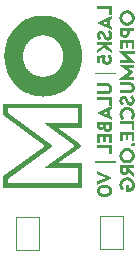
<source format=gbr>
%TF.GenerationSoftware,KiCad,Pcbnew,7.0.7*%
%TF.CreationDate,2024-08-10T15:19:48-05:00*%
%TF.ProjectId,LASK5,4c41534b-352e-46b6-9963-61645f706362,rev?*%
%TF.SameCoordinates,Original*%
%TF.FileFunction,Legend,Bot*%
%TF.FilePolarity,Positive*%
%FSLAX46Y46*%
G04 Gerber Fmt 4.6, Leading zero omitted, Abs format (unit mm)*
G04 Created by KiCad (PCBNEW 7.0.7) date 2024-08-10 15:19:48*
%MOMM*%
%LPD*%
G01*
G04 APERTURE LIST*
%ADD10C,0.000000*%
%ADD11C,0.120000*%
G04 APERTURE END LIST*
D10*
G36*
X156806079Y-81885388D02*
G01*
X156838886Y-81887890D01*
X156871229Y-81892014D01*
X156903067Y-81897721D01*
X156934357Y-81904971D01*
X156965058Y-81913726D01*
X156995129Y-81923947D01*
X157024529Y-81935596D01*
X157053215Y-81948633D01*
X157081147Y-81963020D01*
X157108283Y-81978718D01*
X157134581Y-81995689D01*
X157160001Y-82013894D01*
X157184500Y-82033293D01*
X157208038Y-82053849D01*
X157230572Y-82075522D01*
X157252062Y-82098274D01*
X157272466Y-82122065D01*
X157291742Y-82146858D01*
X157309849Y-82172614D01*
X157326746Y-82199293D01*
X157342391Y-82226857D01*
X157356743Y-82255267D01*
X157369759Y-82284485D01*
X157381400Y-82314471D01*
X157391623Y-82345187D01*
X157400387Y-82376595D01*
X157407651Y-82408655D01*
X157413372Y-82441329D01*
X157417510Y-82474578D01*
X157420024Y-82508362D01*
X157420871Y-82542645D01*
X157420203Y-82572998D01*
X157418207Y-82602990D01*
X157414895Y-82632580D01*
X157410279Y-82661730D01*
X157404371Y-82690399D01*
X157397182Y-82718548D01*
X157388726Y-82746139D01*
X157379013Y-82773130D01*
X157368055Y-82799483D01*
X157355865Y-82825159D01*
X157342454Y-82850118D01*
X157327835Y-82874320D01*
X157312018Y-82897726D01*
X157295017Y-82920297D01*
X157276843Y-82941993D01*
X157257508Y-82962775D01*
X157237024Y-82982603D01*
X157215403Y-83001437D01*
X157192656Y-83019239D01*
X157168796Y-83035969D01*
X157143835Y-83051587D01*
X157117784Y-83066054D01*
X157090656Y-83079330D01*
X157062462Y-83091377D01*
X157033214Y-83102154D01*
X157002925Y-83111622D01*
X156971605Y-83119741D01*
X156939268Y-83126473D01*
X156905925Y-83131778D01*
X156871587Y-83135616D01*
X156836268Y-83137947D01*
X156799979Y-83138733D01*
X156787153Y-83138626D01*
X156774243Y-83138309D01*
X156761243Y-83137793D01*
X156748142Y-83137085D01*
X156734933Y-83136196D01*
X156721605Y-83135135D01*
X156694560Y-83132531D01*
X156694560Y-82544970D01*
X156926329Y-82544970D01*
X156926329Y-82868206D01*
X156940254Y-82867059D01*
X156953827Y-82865225D01*
X156967043Y-82862717D01*
X156979896Y-82859548D01*
X156992380Y-82855729D01*
X157004489Y-82851274D01*
X157016217Y-82846196D01*
X157027558Y-82840506D01*
X157038506Y-82834219D01*
X157049056Y-82827345D01*
X157059200Y-82819898D01*
X157068934Y-82811891D01*
X157078251Y-82803336D01*
X157087146Y-82794245D01*
X157095612Y-82784632D01*
X157103643Y-82774510D01*
X157111234Y-82763889D01*
X157118378Y-82752784D01*
X157125070Y-82741207D01*
X157131303Y-82729171D01*
X157142370Y-82703770D01*
X157151532Y-82676684D01*
X157158741Y-82648012D01*
X157163950Y-82617856D01*
X157167110Y-82586317D01*
X157168174Y-82553496D01*
X157167656Y-82530828D01*
X157166118Y-82508618D01*
X157163588Y-82486882D01*
X157160089Y-82465639D01*
X157155648Y-82444905D01*
X157150290Y-82424698D01*
X157144041Y-82405034D01*
X157136925Y-82385931D01*
X157128970Y-82367406D01*
X157120200Y-82349476D01*
X157110641Y-82332158D01*
X157100318Y-82315470D01*
X157089257Y-82299428D01*
X157077483Y-82284051D01*
X157065023Y-82269354D01*
X157051901Y-82255355D01*
X157038144Y-82242072D01*
X157023776Y-82229521D01*
X157008823Y-82217720D01*
X156993311Y-82206686D01*
X156977265Y-82196436D01*
X156960712Y-82186987D01*
X156943675Y-82178357D01*
X156926182Y-82170562D01*
X156908257Y-82163619D01*
X156889927Y-82157547D01*
X156871216Y-82152362D01*
X156852150Y-82148081D01*
X156832755Y-82144721D01*
X156813056Y-82142300D01*
X156793079Y-82140835D01*
X156772849Y-82140343D01*
X156751180Y-82140912D01*
X156729933Y-82142593D01*
X156709125Y-82145351D01*
X156688774Y-82149148D01*
X156668897Y-82153950D01*
X156649511Y-82159719D01*
X156630635Y-82166419D01*
X156612285Y-82174014D01*
X156594478Y-82182467D01*
X156577233Y-82191742D01*
X156560567Y-82201803D01*
X156544497Y-82212614D01*
X156529041Y-82224137D01*
X156514216Y-82236338D01*
X156500040Y-82249178D01*
X156486529Y-82262623D01*
X156473703Y-82276636D01*
X156461577Y-82291180D01*
X156450170Y-82306219D01*
X156439498Y-82321716D01*
X156429580Y-82337636D01*
X156420433Y-82353943D01*
X156412074Y-82370598D01*
X156404521Y-82387568D01*
X156397792Y-82404814D01*
X156391902Y-82422301D01*
X156386871Y-82439992D01*
X156382716Y-82457852D01*
X156379453Y-82475843D01*
X156377102Y-82493930D01*
X156375678Y-82512075D01*
X156375199Y-82530243D01*
X156375832Y-82551169D01*
X156377717Y-82572074D01*
X156380835Y-82592938D01*
X156385167Y-82613741D01*
X156390694Y-82634462D01*
X156397395Y-82655081D01*
X156405253Y-82675577D01*
X156414247Y-82695930D01*
X156424359Y-82716120D01*
X156435568Y-82736126D01*
X156447856Y-82755927D01*
X156461204Y-82775504D01*
X156475592Y-82794835D01*
X156491000Y-82813901D01*
X156507410Y-82832680D01*
X156524802Y-82851153D01*
X156316288Y-82990679D01*
X156294439Y-82967140D01*
X156273685Y-82942510D01*
X156254066Y-82916878D01*
X156235624Y-82890334D01*
X156218399Y-82862969D01*
X156202432Y-82834871D01*
X156187764Y-82806130D01*
X156174436Y-82776836D01*
X156162489Y-82747079D01*
X156151963Y-82716948D01*
X156142899Y-82686534D01*
X156135339Y-82655925D01*
X156129324Y-82625212D01*
X156124893Y-82594484D01*
X156122088Y-82563831D01*
X156120950Y-82533343D01*
X156121806Y-82500042D01*
X156124346Y-82467168D01*
X156128526Y-82434763D01*
X156134305Y-82402868D01*
X156141640Y-82371524D01*
X156150489Y-82340773D01*
X156160809Y-82310656D01*
X156172558Y-82281214D01*
X156185694Y-82252488D01*
X156200173Y-82224520D01*
X156215954Y-82197352D01*
X156232994Y-82171023D01*
X156251250Y-82145577D01*
X156270681Y-82121053D01*
X156291244Y-82097494D01*
X156312896Y-82074940D01*
X156335595Y-82053433D01*
X156359298Y-82033014D01*
X156383963Y-82013725D01*
X156409548Y-81995607D01*
X156436010Y-81978701D01*
X156463307Y-81963048D01*
X156491396Y-81948690D01*
X156520235Y-81935668D01*
X156549781Y-81924023D01*
X156579993Y-81913797D01*
X156610826Y-81905031D01*
X156642240Y-81897766D01*
X156674192Y-81892044D01*
X156706639Y-81887905D01*
X156739538Y-81885392D01*
X156772848Y-81884545D01*
X156806079Y-81885388D01*
G37*
G36*
X156395351Y-80863057D02*
G01*
X157396065Y-80863677D01*
X157396065Y-81114825D01*
X156805403Y-81114825D01*
X157396064Y-81512475D01*
X157396065Y-81512475D01*
X157396065Y-81819434D01*
X156899195Y-81464416D01*
X156889258Y-81489109D01*
X156877246Y-81512843D01*
X156863268Y-81535530D01*
X156847431Y-81557083D01*
X156829840Y-81577413D01*
X156810602Y-81596435D01*
X156789825Y-81614060D01*
X156767615Y-81630201D01*
X156744078Y-81644770D01*
X156719323Y-81657681D01*
X156693454Y-81668845D01*
X156666579Y-81678175D01*
X156638805Y-81685584D01*
X156610239Y-81690985D01*
X156580986Y-81694289D01*
X156551155Y-81695410D01*
X156530216Y-81694854D01*
X156509566Y-81693203D01*
X156489229Y-81690485D01*
X156469229Y-81686728D01*
X156449591Y-81681958D01*
X156430340Y-81676203D01*
X156411501Y-81669491D01*
X156393098Y-81661849D01*
X156375156Y-81653304D01*
X156357700Y-81643883D01*
X156340754Y-81633615D01*
X156324343Y-81622527D01*
X156308492Y-81610645D01*
X156293226Y-81597997D01*
X156278569Y-81584611D01*
X156264545Y-81570514D01*
X156251180Y-81555734D01*
X156238499Y-81540298D01*
X156226525Y-81524232D01*
X156215284Y-81507566D01*
X156204800Y-81490325D01*
X156195099Y-81472538D01*
X156186204Y-81454231D01*
X156178140Y-81435433D01*
X156170933Y-81416170D01*
X156164607Y-81396471D01*
X156159186Y-81376361D01*
X156154695Y-81355870D01*
X156151160Y-81335023D01*
X156148603Y-81313850D01*
X156147052Y-81292376D01*
X156146529Y-81270629D01*
X156146529Y-81114050D01*
X156395351Y-81114050D01*
X156395351Y-81275280D01*
X156395550Y-81283177D01*
X156396139Y-81291015D01*
X156397111Y-81298782D01*
X156398456Y-81306466D01*
X156400167Y-81314055D01*
X156402234Y-81321534D01*
X156404648Y-81328893D01*
X156407402Y-81336117D01*
X156410486Y-81343195D01*
X156413892Y-81350114D01*
X156417611Y-81356861D01*
X156421635Y-81363424D01*
X156425954Y-81369790D01*
X156430560Y-81375946D01*
X156435445Y-81381880D01*
X156440600Y-81387579D01*
X156446016Y-81393031D01*
X156451684Y-81398222D01*
X156457596Y-81403141D01*
X156463744Y-81407774D01*
X156470117Y-81412109D01*
X156476709Y-81416134D01*
X156483510Y-81419835D01*
X156490512Y-81423200D01*
X156497705Y-81426216D01*
X156505082Y-81428872D01*
X156512633Y-81431153D01*
X156520350Y-81433048D01*
X156528225Y-81434544D01*
X156536248Y-81435628D01*
X156544411Y-81436288D01*
X156552706Y-81436510D01*
X156561002Y-81436290D01*
X156569172Y-81435637D01*
X156577205Y-81434562D01*
X156585092Y-81433080D01*
X156592826Y-81431201D01*
X156600396Y-81428938D01*
X156607793Y-81426303D01*
X156615008Y-81423309D01*
X156622033Y-81419967D01*
X156628858Y-81416290D01*
X156635474Y-81412290D01*
X156641872Y-81407979D01*
X156648043Y-81403369D01*
X156653978Y-81398473D01*
X156659667Y-81393303D01*
X156665102Y-81387870D01*
X156670274Y-81382188D01*
X156675173Y-81376268D01*
X156679790Y-81370123D01*
X156684117Y-81363765D01*
X156688144Y-81357206D01*
X156691862Y-81350458D01*
X156695263Y-81343533D01*
X156698336Y-81336444D01*
X156701073Y-81329203D01*
X156703465Y-81321822D01*
X156705503Y-81314313D01*
X156707177Y-81306689D01*
X156708479Y-81298961D01*
X156709400Y-81291143D01*
X156709930Y-81283245D01*
X156710060Y-81275280D01*
X156709286Y-81114050D01*
X156395351Y-81114050D01*
X156146529Y-81114050D01*
X156146529Y-80862903D01*
X156395351Y-80863057D01*
G37*
G36*
X156806007Y-79401050D02*
G01*
X156838749Y-79403570D01*
X156871030Y-79407719D01*
X156902810Y-79413454D01*
X156934046Y-79420736D01*
X156964698Y-79429520D01*
X156994723Y-79439767D01*
X157024080Y-79451434D01*
X157052727Y-79464479D01*
X157080623Y-79478861D01*
X157107726Y-79494538D01*
X157133994Y-79511468D01*
X157159387Y-79529610D01*
X157183862Y-79548922D01*
X157207378Y-79569361D01*
X157229893Y-79590887D01*
X157251366Y-79613458D01*
X157271754Y-79637032D01*
X157291018Y-79661567D01*
X157309114Y-79687021D01*
X157326001Y-79713353D01*
X157341638Y-79740521D01*
X157355984Y-79768483D01*
X157368995Y-79797198D01*
X157380632Y-79826623D01*
X157390852Y-79856718D01*
X157399614Y-79887440D01*
X157406876Y-79918747D01*
X157412597Y-79950599D01*
X157416734Y-79982952D01*
X157419247Y-80015766D01*
X157420094Y-80048999D01*
X157419247Y-80082375D01*
X157416734Y-80115328D01*
X157412597Y-80147816D01*
X157406876Y-80179797D01*
X157399614Y-80211229D01*
X157390852Y-80242071D01*
X157380632Y-80272282D01*
X157368995Y-80301819D01*
X157355983Y-80330640D01*
X157341638Y-80358705D01*
X157326001Y-80385970D01*
X157309114Y-80412395D01*
X157291017Y-80437938D01*
X157271754Y-80462557D01*
X157251365Y-80486210D01*
X157229893Y-80508856D01*
X157207378Y-80530452D01*
X157183862Y-80550958D01*
X157159387Y-80570331D01*
X157133994Y-80588529D01*
X157107725Y-80605512D01*
X157080622Y-80621237D01*
X157052726Y-80635662D01*
X157024079Y-80648746D01*
X156994722Y-80660446D01*
X156964697Y-80670723D01*
X156934046Y-80679532D01*
X156902810Y-80686834D01*
X156871030Y-80692585D01*
X156838749Y-80696745D01*
X156806007Y-80699272D01*
X156772847Y-80700123D01*
X156739401Y-80699272D01*
X156706382Y-80696745D01*
X156673833Y-80692586D01*
X156641794Y-80686835D01*
X156610308Y-80679535D01*
X156579416Y-80670728D01*
X156549160Y-80660454D01*
X156519580Y-80648758D01*
X156490720Y-80635679D01*
X156462619Y-80621260D01*
X156435321Y-80605543D01*
X156408866Y-80588570D01*
X156383296Y-80570383D01*
X156358653Y-80551022D01*
X156334979Y-80530532D01*
X156312314Y-80508952D01*
X156290700Y-80486326D01*
X156270180Y-80462695D01*
X156250794Y-80438100D01*
X156232584Y-80412584D01*
X156215592Y-80386189D01*
X156199860Y-80358956D01*
X156185428Y-80330927D01*
X156172339Y-80302145D01*
X156160634Y-80272651D01*
X156150355Y-80242486D01*
X156141543Y-80211694D01*
X156134241Y-80180315D01*
X156128488Y-80148392D01*
X156124328Y-80115966D01*
X156121801Y-80083079D01*
X156120950Y-80049774D01*
X156120970Y-80048999D01*
X156374422Y-80048999D01*
X156374940Y-80069370D01*
X156376477Y-80089479D01*
X156379009Y-80109301D01*
X156382509Y-80128812D01*
X156386953Y-80147985D01*
X156392316Y-80166796D01*
X156398571Y-80185219D01*
X156405694Y-80203229D01*
X156413660Y-80220801D01*
X156422443Y-80237909D01*
X156432018Y-80254528D01*
X156442359Y-80270633D01*
X156453442Y-80286199D01*
X156465242Y-80301200D01*
X156477732Y-80315612D01*
X156490888Y-80329408D01*
X156504684Y-80342564D01*
X156519095Y-80355054D01*
X156534097Y-80366853D01*
X156549663Y-80377936D01*
X156565768Y-80388278D01*
X156582387Y-80397853D01*
X156599495Y-80406636D01*
X156617067Y-80414601D01*
X156635077Y-80421724D01*
X156653500Y-80427980D01*
X156672311Y-80433342D01*
X156691484Y-80437786D01*
X156710995Y-80441287D01*
X156730817Y-80443818D01*
X156750927Y-80445356D01*
X156771297Y-80445874D01*
X156791525Y-80445356D01*
X156811495Y-80443818D01*
X156831184Y-80441287D01*
X156850565Y-80437786D01*
X156869613Y-80433342D01*
X156888303Y-80427980D01*
X156906611Y-80421724D01*
X156924509Y-80414601D01*
X156941974Y-80406636D01*
X156958980Y-80397853D01*
X156975502Y-80388278D01*
X156991514Y-80377936D01*
X157006991Y-80366853D01*
X157021909Y-80355054D01*
X157036241Y-80342564D01*
X157049962Y-80329408D01*
X157063047Y-80315612D01*
X157075472Y-80301200D01*
X157087210Y-80286199D01*
X157098236Y-80270633D01*
X157108525Y-80254528D01*
X157118053Y-80237909D01*
X157126792Y-80220801D01*
X157134720Y-80203229D01*
X157141809Y-80185219D01*
X157148034Y-80166796D01*
X157153372Y-80147985D01*
X157157795Y-80128812D01*
X157161280Y-80109301D01*
X157163800Y-80089479D01*
X157165331Y-80069370D01*
X157165847Y-80048999D01*
X157165331Y-80028701D01*
X157163800Y-80008665D01*
X157161280Y-79988914D01*
X157157795Y-79969476D01*
X157153372Y-79950373D01*
X157148034Y-79931633D01*
X157141809Y-79913280D01*
X157134719Y-79895338D01*
X157126792Y-79877834D01*
X157118053Y-79860792D01*
X157108525Y-79844238D01*
X157098236Y-79828196D01*
X157087209Y-79812692D01*
X157075471Y-79797750D01*
X157063047Y-79783396D01*
X157049962Y-79769656D01*
X157036240Y-79756553D01*
X157021908Y-79744114D01*
X157006991Y-79732363D01*
X156991514Y-79721326D01*
X156975501Y-79711027D01*
X156958980Y-79701492D01*
X156941974Y-79692746D01*
X156924509Y-79684814D01*
X156906610Y-79677721D01*
X156888303Y-79671492D01*
X156869613Y-79666152D01*
X156850564Y-79661727D01*
X156831184Y-79658242D01*
X156811495Y-79655721D01*
X156791525Y-79654190D01*
X156771297Y-79653675D01*
X156750927Y-79654190D01*
X156730817Y-79655721D01*
X156710995Y-79658242D01*
X156691484Y-79661727D01*
X156672311Y-79666152D01*
X156653500Y-79671492D01*
X156635077Y-79677721D01*
X156617067Y-79684814D01*
X156599495Y-79692746D01*
X156582387Y-79701492D01*
X156565768Y-79711027D01*
X156549663Y-79721326D01*
X156534097Y-79732363D01*
X156519095Y-79744114D01*
X156504684Y-79756554D01*
X156490888Y-79769656D01*
X156477732Y-79783397D01*
X156465242Y-79797750D01*
X156453442Y-79812692D01*
X156442359Y-79828196D01*
X156432018Y-79844238D01*
X156422443Y-79860793D01*
X156413660Y-79877835D01*
X156405694Y-79895339D01*
X156398571Y-79913280D01*
X156392316Y-79931634D01*
X156386953Y-79950374D01*
X156382509Y-79969476D01*
X156379009Y-79988914D01*
X156376477Y-80008665D01*
X156374940Y-80028701D01*
X156374422Y-80048999D01*
X156120970Y-80048999D01*
X156121801Y-80016470D01*
X156124328Y-79983590D01*
X156128488Y-79951175D01*
X156134241Y-79919266D01*
X156141543Y-79887905D01*
X156150355Y-79857133D01*
X156160634Y-79826992D01*
X156172339Y-79797524D01*
X156185428Y-79768770D01*
X156199860Y-79740772D01*
X156215592Y-79713571D01*
X156232584Y-79687209D01*
X156250794Y-79661728D01*
X156270180Y-79637169D01*
X156290700Y-79613574D01*
X156312314Y-79590984D01*
X156334979Y-79569441D01*
X156358653Y-79548986D01*
X156383296Y-79529662D01*
X156408866Y-79511509D01*
X156435321Y-79494569D01*
X156462619Y-79478884D01*
X156490720Y-79464496D01*
X156519580Y-79451446D01*
X156549160Y-79439775D01*
X156579416Y-79429525D01*
X156610308Y-79420738D01*
X156641794Y-79413456D01*
X156673833Y-79407719D01*
X156706382Y-79403570D01*
X156739401Y-79401050D01*
X156771297Y-79400241D01*
X156772847Y-79400201D01*
X156806007Y-79401050D01*
G37*
G36*
X157284150Y-78943850D02*
G01*
X157292272Y-78944471D01*
X157300276Y-78945495D01*
X157308149Y-78946910D01*
X157315883Y-78948707D01*
X157323467Y-78950875D01*
X157330891Y-78953405D01*
X157338147Y-78956285D01*
X157345222Y-78959505D01*
X157352109Y-78963057D01*
X157358796Y-78966928D01*
X157365274Y-78971109D01*
X157371532Y-78975590D01*
X157377562Y-78980361D01*
X157383353Y-78985411D01*
X157388894Y-78990730D01*
X157394177Y-78996308D01*
X157399191Y-79002135D01*
X157403927Y-79008200D01*
X157408373Y-79014493D01*
X157412521Y-79021004D01*
X157416360Y-79027724D01*
X157419881Y-79034640D01*
X157423074Y-79041744D01*
X157425928Y-79049025D01*
X157428433Y-79056473D01*
X157430581Y-79064078D01*
X157432360Y-79071830D01*
X157433762Y-79079717D01*
X157434775Y-79087731D01*
X157435390Y-79095860D01*
X157435597Y-79104095D01*
X157435388Y-79112262D01*
X157434766Y-79120332D01*
X157433743Y-79128294D01*
X157432329Y-79136138D01*
X157430533Y-79143853D01*
X157428367Y-79151429D01*
X157425841Y-79158854D01*
X157422965Y-79166119D01*
X157419749Y-79173212D01*
X157416204Y-79180123D01*
X157412341Y-79186842D01*
X157408169Y-79193357D01*
X157403699Y-79199658D01*
X157398941Y-79205734D01*
X157393906Y-79211575D01*
X157388604Y-79217170D01*
X157383045Y-79222508D01*
X157377240Y-79227579D01*
X157371200Y-79232372D01*
X157364933Y-79236877D01*
X157358452Y-79241082D01*
X157351765Y-79244978D01*
X157344885Y-79248553D01*
X157337820Y-79251797D01*
X157330581Y-79254699D01*
X157323179Y-79257249D01*
X157315624Y-79259436D01*
X157307927Y-79261249D01*
X157300097Y-79262677D01*
X157292145Y-79263711D01*
X157284081Y-79264339D01*
X157275917Y-79264551D01*
X157267818Y-79264337D01*
X157259808Y-79263702D01*
X157251897Y-79262659D01*
X157244097Y-79261217D01*
X157236418Y-79259388D01*
X157228871Y-79257183D01*
X157221468Y-79254612D01*
X157214220Y-79251688D01*
X157207138Y-79248421D01*
X157200233Y-79244822D01*
X157193515Y-79240902D01*
X157186996Y-79236673D01*
X157180688Y-79232144D01*
X157174601Y-79227329D01*
X157168745Y-79222237D01*
X157163134Y-79216879D01*
X157157776Y-79211267D01*
X157152684Y-79205412D01*
X157147868Y-79199325D01*
X157143340Y-79193016D01*
X157139111Y-79186497D01*
X157135191Y-79179780D01*
X157131592Y-79172874D01*
X157128325Y-79165792D01*
X157125400Y-79158544D01*
X157122830Y-79151141D01*
X157120625Y-79143594D01*
X157118796Y-79135915D01*
X157117354Y-79128115D01*
X157116310Y-79120204D01*
X157115676Y-79112194D01*
X157115462Y-79104095D01*
X157115674Y-79095928D01*
X157116302Y-79087858D01*
X157117335Y-79079896D01*
X157118764Y-79072052D01*
X157120577Y-79064337D01*
X157122764Y-79056761D01*
X157125313Y-79049336D01*
X157128216Y-79042071D01*
X157131460Y-79034978D01*
X157135035Y-79028067D01*
X157138930Y-79021349D01*
X157143136Y-79014834D01*
X157147640Y-79008533D01*
X157152433Y-79002457D01*
X157157504Y-78996616D01*
X157162843Y-78991021D01*
X157168438Y-78985683D01*
X157174279Y-78980611D01*
X157180355Y-78975818D01*
X157186656Y-78971314D01*
X157193171Y-78967108D01*
X157199889Y-78963213D01*
X157206800Y-78959638D01*
X157213893Y-78956394D01*
X157221158Y-78953492D01*
X157228583Y-78950942D01*
X157236159Y-78948755D01*
X157243874Y-78946942D01*
X157251718Y-78945513D01*
X157259680Y-78944480D01*
X157267750Y-78943852D01*
X157275917Y-78943640D01*
X157284150Y-78943850D01*
G37*
G36*
X157396065Y-78786286D02*
G01*
X157146468Y-78786286D01*
X157146468Y-78283990D01*
X156888344Y-78283990D01*
X156888344Y-78714972D01*
X156637972Y-78714972D01*
X156637972Y-78283990D01*
X156393801Y-78283990D01*
X156393801Y-78786286D01*
X156146529Y-78786286D01*
X156146529Y-78032844D01*
X157396065Y-78032844D01*
X157396065Y-78786286D01*
G37*
G36*
X157396065Y-77891767D02*
G01*
X157146469Y-77891767D01*
X157146468Y-77891768D01*
X157146468Y-77389472D01*
X156146530Y-77389472D01*
X156146530Y-77138325D01*
X157396065Y-77138325D01*
X157396065Y-77891767D01*
G37*
G36*
X156804825Y-75911343D02*
G01*
X156837216Y-75913870D01*
X156869200Y-75918031D01*
X156900732Y-75923785D01*
X156931770Y-75931091D01*
X156962267Y-75939907D01*
X156992179Y-75950193D01*
X157021463Y-75961905D01*
X157050074Y-75975005D01*
X157077966Y-75989449D01*
X157105097Y-76005197D01*
X157131420Y-76022208D01*
X157156893Y-76040440D01*
X157181471Y-76059851D01*
X157205108Y-76080402D01*
X157227761Y-76102049D01*
X157249386Y-76124753D01*
X157269937Y-76148471D01*
X157289370Y-76173163D01*
X157307642Y-76198787D01*
X157324707Y-76225301D01*
X157340522Y-76252665D01*
X157355041Y-76280837D01*
X157368220Y-76309776D01*
X157380015Y-76339441D01*
X157390382Y-76369790D01*
X157399276Y-76400782D01*
X157406652Y-76432375D01*
X157412466Y-76464529D01*
X157416674Y-76497202D01*
X157419232Y-76530352D01*
X157420094Y-76563940D01*
X157419145Y-76598765D01*
X157416350Y-76632346D01*
X157411791Y-76664728D01*
X157405548Y-76695956D01*
X157397702Y-76726077D01*
X157388333Y-76755134D01*
X157377521Y-76783174D01*
X157365349Y-76810242D01*
X157351896Y-76836383D01*
X157337242Y-76861644D01*
X157321469Y-76886069D01*
X157304657Y-76909703D01*
X157286887Y-76932592D01*
X157268239Y-76954783D01*
X157248793Y-76976319D01*
X157228632Y-76997246D01*
X157025544Y-76853069D01*
X157040558Y-76837327D01*
X157055040Y-76821205D01*
X157068929Y-76804703D01*
X157082165Y-76787823D01*
X157094689Y-76770567D01*
X157106438Y-76752934D01*
X157117355Y-76734927D01*
X157127378Y-76716546D01*
X157136447Y-76697793D01*
X157144502Y-76678669D01*
X157151483Y-76659174D01*
X157157330Y-76639310D01*
X157161982Y-76619079D01*
X157165380Y-76598480D01*
X157167462Y-76577516D01*
X157168170Y-76556188D01*
X157167669Y-76538084D01*
X157166183Y-76519985D01*
X157163733Y-76501929D01*
X157160341Y-76483953D01*
X157156030Y-76466095D01*
X157150823Y-76448391D01*
X157144740Y-76430880D01*
X157137806Y-76413598D01*
X157130041Y-76396583D01*
X157121469Y-76379872D01*
X157112111Y-76363503D01*
X157101990Y-76347512D01*
X157091128Y-76331938D01*
X157079548Y-76316817D01*
X157067271Y-76302187D01*
X157054320Y-76288085D01*
X157040717Y-76274549D01*
X157026485Y-76261615D01*
X157011646Y-76249321D01*
X156996222Y-76237705D01*
X156980235Y-76226804D01*
X156963708Y-76216655D01*
X156946663Y-76207295D01*
X156929122Y-76198762D01*
X156911107Y-76191093D01*
X156892642Y-76184325D01*
X156873747Y-76178496D01*
X156854446Y-76173644D01*
X156834760Y-76169804D01*
X156814713Y-76167016D01*
X156794325Y-76165315D01*
X156773620Y-76164740D01*
X156753250Y-76165295D01*
X156733140Y-76166939D01*
X156713318Y-76169638D01*
X156693807Y-76173359D01*
X156674634Y-76178068D01*
X156655823Y-76183732D01*
X156637400Y-76190318D01*
X156619390Y-76197793D01*
X156601819Y-76206122D01*
X156584710Y-76215273D01*
X156568091Y-76225212D01*
X156551986Y-76235907D01*
X156536420Y-76247323D01*
X156521419Y-76259427D01*
X156507007Y-76272186D01*
X156493211Y-76285566D01*
X156480055Y-76299535D01*
X156467565Y-76314058D01*
X156455765Y-76329103D01*
X156444682Y-76344636D01*
X156434341Y-76360624D01*
X156424766Y-76377033D01*
X156415983Y-76393831D01*
X156408017Y-76410982D01*
X156400894Y-76428456D01*
X156394639Y-76446217D01*
X156389277Y-76464233D01*
X156384833Y-76482470D01*
X156381332Y-76500895D01*
X156378801Y-76519475D01*
X156377263Y-76538176D01*
X156376745Y-76556964D01*
X156377340Y-76577100D01*
X156379107Y-76597092D01*
X156382018Y-76616922D01*
X156386047Y-76636574D01*
X156391165Y-76656031D01*
X156397347Y-76675276D01*
X156404564Y-76694291D01*
X156412789Y-76713059D01*
X156421996Y-76731565D01*
X156432156Y-76749790D01*
X156443243Y-76767717D01*
X156455229Y-76785330D01*
X156468087Y-76802611D01*
X156481789Y-76819544D01*
X156496310Y-76836111D01*
X156511620Y-76852295D01*
X156313958Y-76997247D01*
X156290994Y-76972529D01*
X156269484Y-76947494D01*
X156249428Y-76922134D01*
X156230824Y-76896442D01*
X156213674Y-76870409D01*
X156197978Y-76844027D01*
X156183735Y-76817289D01*
X156170945Y-76790186D01*
X156159608Y-76762711D01*
X156149725Y-76734856D01*
X156141295Y-76706612D01*
X156134319Y-76677972D01*
X156128796Y-76648927D01*
X156124727Y-76619471D01*
X156122110Y-76589594D01*
X156120948Y-76559289D01*
X156121814Y-76526466D01*
X156124385Y-76494009D01*
X156128615Y-76461963D01*
X156134460Y-76430373D01*
X156141874Y-76399282D01*
X156150813Y-76368735D01*
X156161233Y-76338776D01*
X156173088Y-76309450D01*
X156186335Y-76280801D01*
X156200927Y-76252872D01*
X156216821Y-76225709D01*
X156233972Y-76199355D01*
X156252335Y-76173855D01*
X156271866Y-76149254D01*
X156292519Y-76125595D01*
X156314250Y-76102922D01*
X156337014Y-76081281D01*
X156360767Y-76060715D01*
X156385464Y-76041268D01*
X156411060Y-76022985D01*
X156437510Y-76005911D01*
X156464771Y-75990089D01*
X156492796Y-75975563D01*
X156521541Y-75962379D01*
X156550962Y-75950579D01*
X156581014Y-75940210D01*
X156611653Y-75931314D01*
X156642832Y-75923936D01*
X156674509Y-75918121D01*
X156706637Y-75913912D01*
X156739173Y-75911355D01*
X156772072Y-75910492D01*
X156772072Y-75910491D01*
X156804825Y-75911343D01*
G37*
G36*
X157208818Y-74936337D02*
G01*
X157235407Y-74954381D01*
X157260315Y-74973965D01*
X157283520Y-74995068D01*
X157305000Y-75017669D01*
X157324730Y-75041749D01*
X157342690Y-75067287D01*
X157358855Y-75094263D01*
X157373204Y-75122655D01*
X157385713Y-75152444D01*
X157396360Y-75183609D01*
X157405122Y-75216130D01*
X157411976Y-75249986D01*
X157416900Y-75285158D01*
X157419871Y-75321623D01*
X157420867Y-75359363D01*
X157420444Y-75384192D01*
X157419183Y-75408526D01*
X157417096Y-75432344D01*
X157414193Y-75455628D01*
X157410487Y-75478358D01*
X157405988Y-75500515D01*
X157400707Y-75522081D01*
X157394657Y-75543036D01*
X157387848Y-75563360D01*
X157380293Y-75583035D01*
X157372001Y-75602042D01*
X157362985Y-75620361D01*
X157353256Y-75637973D01*
X157342825Y-75654859D01*
X157331704Y-75671000D01*
X157319904Y-75686377D01*
X157307436Y-75700970D01*
X157294312Y-75714761D01*
X157280543Y-75727730D01*
X157266140Y-75739858D01*
X157251115Y-75751125D01*
X157235479Y-75761514D01*
X157219244Y-75771004D01*
X157202421Y-75779576D01*
X157185020Y-75787212D01*
X157167054Y-75793892D01*
X157148535Y-75799596D01*
X157129472Y-75804307D01*
X157109878Y-75808004D01*
X157089764Y-75810668D01*
X157069141Y-75812281D01*
X157048021Y-75812823D01*
X157030251Y-75812443D01*
X157012975Y-75811310D01*
X156996179Y-75809433D01*
X156979848Y-75806823D01*
X156963967Y-75803489D01*
X156948524Y-75799441D01*
X156933501Y-75794688D01*
X156918887Y-75789241D01*
X156904665Y-75783110D01*
X156890821Y-75776303D01*
X156877342Y-75768832D01*
X156864212Y-75760705D01*
X156851417Y-75751932D01*
X156838942Y-75742524D01*
X156814896Y-75721840D01*
X156791958Y-75698730D01*
X156770013Y-75673273D01*
X156748945Y-75645548D01*
X156728637Y-75615633D01*
X156708974Y-75583605D01*
X156689840Y-75549544D01*
X156671119Y-75513527D01*
X156652696Y-75475634D01*
X156640520Y-75449330D01*
X156629192Y-75424237D01*
X156608550Y-75377953D01*
X156598969Y-75356897D01*
X156589706Y-75337320D01*
X156580626Y-75319290D01*
X156576114Y-75310876D01*
X156571597Y-75302873D01*
X156567061Y-75295291D01*
X156562487Y-75288137D01*
X156557860Y-75281420D01*
X156553162Y-75275148D01*
X156548377Y-75269330D01*
X156543490Y-75263974D01*
X156538481Y-75259088D01*
X156533337Y-75254681D01*
X156528039Y-75250761D01*
X156522571Y-75247336D01*
X156516916Y-75244416D01*
X156511059Y-75242007D01*
X156504982Y-75240119D01*
X156498668Y-75238761D01*
X156492102Y-75237939D01*
X156485266Y-75237664D01*
X156479265Y-75237867D01*
X156473331Y-75238470D01*
X156467473Y-75239465D01*
X156461698Y-75240845D01*
X156456015Y-75242599D01*
X156450431Y-75244720D01*
X156444954Y-75247200D01*
X156439593Y-75250030D01*
X156434356Y-75253202D01*
X156429251Y-75256707D01*
X156424286Y-75260537D01*
X156419468Y-75264684D01*
X156414807Y-75269139D01*
X156410310Y-75273894D01*
X156401842Y-75284270D01*
X156394127Y-75295745D01*
X156387230Y-75308252D01*
X156381218Y-75321725D01*
X156376153Y-75336096D01*
X156372101Y-75351297D01*
X156369127Y-75367263D01*
X156367295Y-75383927D01*
X156366669Y-75401220D01*
X156367027Y-75414319D01*
X156368114Y-75427418D01*
X156369950Y-75440462D01*
X156372556Y-75453397D01*
X156375952Y-75466169D01*
X156380159Y-75478723D01*
X156382573Y-75484901D01*
X156385197Y-75491004D01*
X156388034Y-75497026D01*
X156391087Y-75502958D01*
X156394358Y-75508796D01*
X156397849Y-75514531D01*
X156401563Y-75520157D01*
X156405503Y-75525668D01*
X156409671Y-75531056D01*
X156414070Y-75536314D01*
X156418703Y-75541436D01*
X156423571Y-75546415D01*
X156428677Y-75551244D01*
X156434025Y-75555917D01*
X156439616Y-75560426D01*
X156445454Y-75564765D01*
X156451540Y-75568926D01*
X156457877Y-75572904D01*
X156464468Y-75576690D01*
X156471315Y-75580280D01*
X156341864Y-75765540D01*
X156327930Y-75759989D01*
X156314465Y-75753953D01*
X156301470Y-75747442D01*
X156288941Y-75740467D01*
X156276877Y-75733037D01*
X156265276Y-75725162D01*
X156243457Y-75708118D01*
X156223468Y-75689417D01*
X156205295Y-75669138D01*
X156188922Y-75647363D01*
X156174336Y-75624172D01*
X156161521Y-75599646D01*
X156150462Y-75573865D01*
X156141145Y-75546910D01*
X156133556Y-75518861D01*
X156127678Y-75489800D01*
X156123498Y-75459806D01*
X156121001Y-75428961D01*
X156120172Y-75397345D01*
X156120588Y-75375975D01*
X156121827Y-75354903D01*
X156123876Y-75334153D01*
X156126723Y-75313750D01*
X156130355Y-75293720D01*
X156134760Y-75274088D01*
X156139925Y-75254877D01*
X156145837Y-75236114D01*
X156152484Y-75217824D01*
X156159852Y-75200031D01*
X156167930Y-75182760D01*
X156176705Y-75166036D01*
X156186164Y-75149885D01*
X156196294Y-75134331D01*
X156207084Y-75119399D01*
X156218519Y-75105115D01*
X156230588Y-75091502D01*
X156243278Y-75078587D01*
X156256576Y-75066394D01*
X156270471Y-75054948D01*
X156284948Y-75044274D01*
X156299995Y-75034397D01*
X156315601Y-75025343D01*
X156331751Y-75017135D01*
X156348434Y-75009800D01*
X156365637Y-75003361D01*
X156383347Y-74997845D01*
X156401552Y-74993275D01*
X156420239Y-74989678D01*
X156439395Y-74987077D01*
X156459009Y-74985498D01*
X156479066Y-74984967D01*
X156497387Y-74985413D01*
X156515011Y-74986733D01*
X156531960Y-74988895D01*
X156548255Y-74991869D01*
X156563917Y-74995623D01*
X156578967Y-75000127D01*
X156593426Y-75005350D01*
X156607316Y-75011261D01*
X156620657Y-75017830D01*
X156633471Y-75025025D01*
X156645779Y-75032816D01*
X156657602Y-75041173D01*
X156668961Y-75050063D01*
X156679877Y-75059457D01*
X156690372Y-75069323D01*
X156700467Y-75079632D01*
X156719539Y-75101451D01*
X156737264Y-75124667D01*
X156753810Y-75149036D01*
X156769346Y-75174309D01*
X156784042Y-75200240D01*
X156798067Y-75226584D01*
X156824781Y-75279522D01*
X156849550Y-75329191D01*
X156862225Y-75354063D01*
X156875118Y-75378632D01*
X156888247Y-75402651D01*
X156901630Y-75425875D01*
X156915286Y-75448056D01*
X156929233Y-75468948D01*
X156943488Y-75488306D01*
X156950737Y-75497332D01*
X156958071Y-75505881D01*
X156965490Y-75513924D01*
X156972998Y-75521429D01*
X156980597Y-75528365D01*
X156988289Y-75534702D01*
X156996077Y-75540409D01*
X157003962Y-75545455D01*
X157011947Y-75549809D01*
X157020034Y-75553441D01*
X157028226Y-75556319D01*
X157036524Y-75558413D01*
X157044932Y-75559692D01*
X157053450Y-75560125D01*
X157059645Y-75559894D01*
X157065724Y-75559208D01*
X157071684Y-75558073D01*
X157077519Y-75556497D01*
X157083223Y-75554488D01*
X157088792Y-75552052D01*
X157094218Y-75549196D01*
X157099499Y-75545930D01*
X157104627Y-75542259D01*
X157109597Y-75538191D01*
X157119044Y-75528895D01*
X157127795Y-75518099D01*
X157135809Y-75505864D01*
X157143042Y-75492248D01*
X157149450Y-75477311D01*
X157154991Y-75461111D01*
X157159621Y-75443707D01*
X157163297Y-75425159D01*
X157165976Y-75405525D01*
X157167616Y-75384865D01*
X157168172Y-75363238D01*
X157167697Y-75343362D01*
X157166267Y-75324136D01*
X157163869Y-75305554D01*
X157162304Y-75296504D01*
X157160493Y-75287613D01*
X157158434Y-75278881D01*
X157156126Y-75270308D01*
X157153568Y-75261893D01*
X157150758Y-75253634D01*
X157147695Y-75245533D01*
X157144377Y-75237587D01*
X157140803Y-75229797D01*
X157136972Y-75222162D01*
X157132882Y-75214682D01*
X157128531Y-75207355D01*
X157123919Y-75200182D01*
X157119044Y-75193161D01*
X157113904Y-75186292D01*
X157108498Y-75179575D01*
X157102824Y-75173009D01*
X157096882Y-75166594D01*
X157090670Y-75160328D01*
X157084186Y-75154212D01*
X157077429Y-75148244D01*
X157070397Y-75142425D01*
X157063089Y-75136753D01*
X157055505Y-75131228D01*
X157047641Y-75125850D01*
X157039497Y-75120617D01*
X157180574Y-74919855D01*
X157208818Y-74936337D01*
G37*
G36*
X156934077Y-73814496D02*
G01*
X156960373Y-73815124D01*
X156986196Y-73816990D01*
X157011521Y-73820061D01*
X157036326Y-73824308D01*
X157060586Y-73829700D01*
X157084278Y-73836207D01*
X157107378Y-73843798D01*
X157129863Y-73852442D01*
X157151708Y-73862109D01*
X157172891Y-73872769D01*
X157193387Y-73884391D01*
X157213172Y-73896945D01*
X157232223Y-73910399D01*
X157250517Y-73924724D01*
X157268028Y-73939889D01*
X157284735Y-73955864D01*
X157300613Y-73972617D01*
X157315638Y-73990119D01*
X157329787Y-74008338D01*
X157343036Y-74027245D01*
X157355361Y-74046809D01*
X157366739Y-74067000D01*
X157377146Y-74087786D01*
X157386558Y-74109137D01*
X157394951Y-74131023D01*
X157402302Y-74153413D01*
X157408588Y-74176278D01*
X157413783Y-74199585D01*
X157417866Y-74223305D01*
X157420811Y-74247408D01*
X157422596Y-74271862D01*
X157423196Y-74296637D01*
X157422595Y-74321412D01*
X157420811Y-74345866D01*
X157417866Y-74369969D01*
X157413783Y-74393689D01*
X157408588Y-74416996D01*
X157402302Y-74439861D01*
X157394951Y-74462251D01*
X157386558Y-74484137D01*
X157377146Y-74505489D01*
X157366739Y-74526275D01*
X157355361Y-74546465D01*
X157343036Y-74566029D01*
X157329787Y-74584936D01*
X157315638Y-74603155D01*
X157300612Y-74620657D01*
X157284735Y-74637410D01*
X157268028Y-74653385D01*
X157250516Y-74668550D01*
X157232222Y-74682875D01*
X157213171Y-74696329D01*
X157193386Y-74708883D01*
X157172890Y-74720505D01*
X157151708Y-74731165D01*
X157129862Y-74740832D01*
X157107378Y-74749477D01*
X157084277Y-74757068D01*
X157060585Y-74763574D01*
X157036325Y-74768966D01*
X157011521Y-74773213D01*
X156986195Y-74776285D01*
X156960373Y-74778150D01*
X156934077Y-74778778D01*
X156146530Y-74778778D01*
X156146530Y-74526081D01*
X156933305Y-74526081D01*
X156945915Y-74525763D01*
X156958306Y-74524824D01*
X156970463Y-74523279D01*
X156982376Y-74521148D01*
X156994034Y-74518448D01*
X157005423Y-74515197D01*
X157016533Y-74511413D01*
X157027352Y-74507114D01*
X157037867Y-74502317D01*
X157048067Y-74497041D01*
X157057941Y-74491304D01*
X157067476Y-74485122D01*
X157076661Y-74478515D01*
X157085484Y-74471500D01*
X157093932Y-74464095D01*
X157101996Y-74456318D01*
X157109662Y-74448187D01*
X157116918Y-74439719D01*
X157123754Y-74430932D01*
X157130157Y-74421845D01*
X157136115Y-74412476D01*
X157141617Y-74402841D01*
X157146651Y-74392960D01*
X157151205Y-74382849D01*
X157155268Y-74372527D01*
X157158827Y-74362012D01*
X157161871Y-74351321D01*
X157164387Y-74340473D01*
X157166365Y-74329485D01*
X157167793Y-74318376D01*
X157168658Y-74307162D01*
X157168949Y-74295863D01*
X157168660Y-74284567D01*
X157167801Y-74273367D01*
X157166384Y-74262278D01*
X157164419Y-74251319D01*
X157161918Y-74240505D01*
X157158893Y-74229856D01*
X157155355Y-74219388D01*
X157151314Y-74209118D01*
X157146783Y-74199064D01*
X157141773Y-74189243D01*
X157136296Y-74179673D01*
X157130361Y-74170370D01*
X157123982Y-74161352D01*
X157117169Y-74152636D01*
X157109933Y-74144240D01*
X157102286Y-74136182D01*
X157094240Y-74128477D01*
X157085806Y-74121144D01*
X157076994Y-74114200D01*
X157067817Y-74107662D01*
X157058285Y-74101547D01*
X157048411Y-74095873D01*
X157038205Y-74090658D01*
X157027679Y-74085918D01*
X157016844Y-74081671D01*
X157005711Y-74077934D01*
X156994293Y-74074724D01*
X156982599Y-74072059D01*
X156970642Y-74069956D01*
X156958433Y-74068433D01*
X156945984Y-74067506D01*
X156933305Y-74067193D01*
X156146530Y-74067193D01*
X156146530Y-73814495D01*
X156934077Y-73814495D01*
X156934077Y-73814496D01*
G37*
G36*
X157396065Y-72635497D02*
G01*
X156851912Y-72635497D01*
X157375136Y-72995941D01*
X157375136Y-72997491D01*
X156851912Y-73357159D01*
X157396065Y-73357159D01*
X157396065Y-73608307D01*
X156115523Y-73608307D01*
X156115523Y-73594355D01*
X156941053Y-72996716D01*
X156115523Y-72398302D01*
X156115523Y-72384350D01*
X157396065Y-72384350D01*
X157396065Y-72635497D01*
G37*
G36*
X157397615Y-71413867D02*
G01*
X156697656Y-71413867D01*
X157419318Y-72155682D01*
X157419318Y-72167310D01*
X156143427Y-72167310D01*
X156143427Y-71915386D01*
X156843385Y-71915386D01*
X156123275Y-71175122D01*
X156123275Y-71162720D01*
X157397615Y-71162720D01*
X157397615Y-71413867D01*
G37*
G36*
X157396065Y-70978235D02*
G01*
X157146468Y-70978235D01*
X157146468Y-70475940D01*
X156888344Y-70475940D01*
X156888344Y-70906921D01*
X156637972Y-70906921D01*
X156637972Y-70475940D01*
X156393801Y-70475940D01*
X156393801Y-70978235D01*
X156146529Y-70978235D01*
X156146529Y-70224793D01*
X157396065Y-70224793D01*
X157396065Y-70978235D01*
G37*
G36*
X156395351Y-69205475D02*
G01*
X157396065Y-69205475D01*
X157396065Y-69456623D01*
X156989888Y-69456623D01*
X156989888Y-69644209D01*
X156989338Y-69666748D01*
X156987707Y-69689000D01*
X156985022Y-69710936D01*
X156981308Y-69732530D01*
X156976594Y-69753752D01*
X156970906Y-69774575D01*
X156964270Y-69794971D01*
X156956714Y-69814911D01*
X156948265Y-69834367D01*
X156938948Y-69853311D01*
X156928792Y-69871716D01*
X156917822Y-69889552D01*
X156906066Y-69906792D01*
X156893551Y-69923408D01*
X156880303Y-69939372D01*
X156866349Y-69954655D01*
X156851716Y-69969230D01*
X156836431Y-69983068D01*
X156820521Y-69996142D01*
X156804012Y-70008422D01*
X156786931Y-70019882D01*
X156769306Y-70030492D01*
X156751162Y-70040226D01*
X156732527Y-70049054D01*
X156713428Y-70056948D01*
X156693891Y-70063882D01*
X156673944Y-70069826D01*
X156653612Y-70074752D01*
X156632924Y-70078632D01*
X156611905Y-70081438D01*
X156590583Y-70083143D01*
X156568984Y-70083717D01*
X156547312Y-70083143D01*
X156525917Y-70081438D01*
X156504826Y-70078632D01*
X156484066Y-70074752D01*
X156463663Y-70069825D01*
X156443645Y-70063882D01*
X156424039Y-70056948D01*
X156404871Y-70049053D01*
X156386168Y-70040225D01*
X156367959Y-70030492D01*
X156350268Y-70019881D01*
X156333124Y-70008422D01*
X156316554Y-69996141D01*
X156300584Y-69983068D01*
X156285241Y-69969230D01*
X156270552Y-69954655D01*
X156256545Y-69939371D01*
X156243246Y-69923408D01*
X156230683Y-69906792D01*
X156218881Y-69889551D01*
X156207869Y-69871715D01*
X156197672Y-69853311D01*
X156188319Y-69834366D01*
X156179836Y-69814910D01*
X156172250Y-69794970D01*
X156165588Y-69774575D01*
X156159877Y-69753752D01*
X156155143Y-69732530D01*
X156151415Y-69710936D01*
X156148719Y-69688999D01*
X156147081Y-69666747D01*
X156146529Y-69644209D01*
X156146529Y-69456622D01*
X156395351Y-69456622D01*
X156395351Y-69644207D01*
X156395574Y-69653886D01*
X156396236Y-69663440D01*
X156397326Y-69672856D01*
X156398833Y-69682123D01*
X156400747Y-69691229D01*
X156403056Y-69700161D01*
X156405751Y-69708909D01*
X156408819Y-69717459D01*
X156412251Y-69725800D01*
X156416036Y-69733921D01*
X156420162Y-69741809D01*
X156424619Y-69749452D01*
X156429396Y-69756838D01*
X156434483Y-69763956D01*
X156439869Y-69770794D01*
X156445542Y-69777339D01*
X156451492Y-69783580D01*
X156457709Y-69789504D01*
X156464181Y-69795101D01*
X156470897Y-69800357D01*
X156477848Y-69805262D01*
X156485022Y-69809802D01*
X156492408Y-69813967D01*
X156499996Y-69817743D01*
X156507774Y-69821121D01*
X156515732Y-69824086D01*
X156523860Y-69826628D01*
X156532146Y-69828735D01*
X156540579Y-69830394D01*
X156549150Y-69831594D01*
X156557846Y-69832323D01*
X156566658Y-69832568D01*
X156575687Y-69832323D01*
X156584601Y-69831594D01*
X156593388Y-69830394D01*
X156602036Y-69828735D01*
X156610534Y-69826628D01*
X156618871Y-69824086D01*
X156627036Y-69821121D01*
X156635016Y-69817743D01*
X156642801Y-69813967D01*
X156650380Y-69809802D01*
X156657740Y-69805262D01*
X156664871Y-69800357D01*
X156671762Y-69795101D01*
X156678400Y-69789504D01*
X156684775Y-69783580D01*
X156690875Y-69777339D01*
X156696689Y-69770794D01*
X156702206Y-69763956D01*
X156707413Y-69756838D01*
X156712301Y-69749452D01*
X156716857Y-69741809D01*
X156721070Y-69733921D01*
X156724928Y-69725800D01*
X156728421Y-69717459D01*
X156731538Y-69708909D01*
X156734265Y-69700161D01*
X156736593Y-69691229D01*
X156738510Y-69682123D01*
X156740005Y-69672856D01*
X156741066Y-69663440D01*
X156741682Y-69653886D01*
X156741841Y-69644207D01*
X156741066Y-69456622D01*
X156395351Y-69456622D01*
X156146529Y-69456622D01*
X156146529Y-69205475D01*
X156395351Y-69205475D01*
G37*
G36*
X156806007Y-67743623D02*
G01*
X156838749Y-67746143D01*
X156871030Y-67750291D01*
X156902810Y-67756027D01*
X156934046Y-67763308D01*
X156964698Y-67772093D01*
X156994723Y-67782339D01*
X157024080Y-67794006D01*
X157052727Y-67807052D01*
X157080623Y-67821434D01*
X157107726Y-67837111D01*
X157133994Y-67854041D01*
X157159387Y-67872183D01*
X157183862Y-67891494D01*
X157207378Y-67911934D01*
X157229893Y-67933460D01*
X157251366Y-67956031D01*
X157271754Y-67979605D01*
X157291018Y-68004139D01*
X157309114Y-68029594D01*
X157326001Y-68055926D01*
X157341638Y-68083094D01*
X157355984Y-68111056D01*
X157368995Y-68139770D01*
X157380632Y-68169196D01*
X157390852Y-68199291D01*
X157399614Y-68230013D01*
X157406876Y-68261320D01*
X157412597Y-68293172D01*
X157416734Y-68325525D01*
X157419247Y-68358339D01*
X157420094Y-68391572D01*
X157419247Y-68424948D01*
X157416734Y-68457901D01*
X157412597Y-68490388D01*
X157406876Y-68522369D01*
X157399614Y-68553802D01*
X157390852Y-68584644D01*
X157380632Y-68614854D01*
X157368995Y-68644391D01*
X157355983Y-68673213D01*
X157341638Y-68701277D01*
X157326001Y-68728543D01*
X157309114Y-68754968D01*
X157291017Y-68780511D01*
X157271754Y-68805130D01*
X157251365Y-68828783D01*
X157229893Y-68851428D01*
X157207378Y-68873025D01*
X157183862Y-68893530D01*
X157159387Y-68912903D01*
X157133994Y-68931102D01*
X157107725Y-68948084D01*
X157080622Y-68963809D01*
X157052726Y-68978234D01*
X157024079Y-68991318D01*
X156994722Y-69003019D01*
X156964697Y-69013295D01*
X156934046Y-69022104D01*
X156902810Y-69029406D01*
X156871030Y-69035158D01*
X156838749Y-69039317D01*
X156806007Y-69041844D01*
X156772847Y-69042695D01*
X156739401Y-69041844D01*
X156706382Y-69039318D01*
X156673833Y-69035158D01*
X156641794Y-69029407D01*
X156610308Y-69022107D01*
X156579416Y-69013300D01*
X156549160Y-69003027D01*
X156519580Y-68991330D01*
X156490720Y-68978251D01*
X156462619Y-68963833D01*
X156435321Y-68948116D01*
X156408866Y-68931143D01*
X156383296Y-68912955D01*
X156358653Y-68893595D01*
X156334979Y-68873105D01*
X156312314Y-68851525D01*
X156290700Y-68828899D01*
X156270180Y-68805267D01*
X156250794Y-68780673D01*
X156232584Y-68755157D01*
X156215592Y-68728762D01*
X156199860Y-68701529D01*
X156185428Y-68673501D01*
X156172339Y-68644718D01*
X156160634Y-68615224D01*
X156150355Y-68585060D01*
X156141543Y-68554267D01*
X156134241Y-68522888D01*
X156128488Y-68490965D01*
X156124328Y-68458539D01*
X156121801Y-68425653D01*
X156120950Y-68392347D01*
X156120970Y-68391572D01*
X156374422Y-68391572D01*
X156374940Y-68411943D01*
X156376477Y-68432052D01*
X156379009Y-68451874D01*
X156382509Y-68471385D01*
X156386953Y-68490558D01*
X156392316Y-68509369D01*
X156398571Y-68527792D01*
X156405694Y-68545802D01*
X156413660Y-68563373D01*
X156422443Y-68580481D01*
X156432018Y-68597101D01*
X156442359Y-68613206D01*
X156453442Y-68628772D01*
X156465242Y-68643773D01*
X156477732Y-68658185D01*
X156490888Y-68671981D01*
X156504684Y-68685137D01*
X156519095Y-68697627D01*
X156534097Y-68709426D01*
X156549663Y-68720509D01*
X156565768Y-68730851D01*
X156582387Y-68740426D01*
X156599495Y-68749209D01*
X156617067Y-68757174D01*
X156635077Y-68764298D01*
X156653500Y-68770553D01*
X156672311Y-68775915D01*
X156691484Y-68780359D01*
X156710995Y-68783860D01*
X156730817Y-68786391D01*
X156750927Y-68787929D01*
X156771297Y-68788447D01*
X156791525Y-68787929D01*
X156811495Y-68786391D01*
X156831184Y-68783860D01*
X156850565Y-68780359D01*
X156869613Y-68775915D01*
X156888303Y-68770553D01*
X156906611Y-68764298D01*
X156924509Y-68757174D01*
X156941974Y-68749209D01*
X156958980Y-68740426D01*
X156975502Y-68730851D01*
X156991514Y-68720509D01*
X157006991Y-68709426D01*
X157021909Y-68697627D01*
X157036241Y-68685137D01*
X157049962Y-68671981D01*
X157063047Y-68658185D01*
X157075472Y-68643773D01*
X157087210Y-68628772D01*
X157098236Y-68613206D01*
X157108525Y-68597101D01*
X157118053Y-68580481D01*
X157126792Y-68563373D01*
X157134720Y-68545802D01*
X157141809Y-68527792D01*
X157148034Y-68509369D01*
X157153372Y-68490558D01*
X157157795Y-68471385D01*
X157161280Y-68451874D01*
X157163800Y-68432052D01*
X157165331Y-68411943D01*
X157165847Y-68391572D01*
X157165331Y-68371274D01*
X157163800Y-68351237D01*
X157161280Y-68331487D01*
X157157795Y-68312048D01*
X157153372Y-68292946D01*
X157148034Y-68274206D01*
X157141809Y-68255853D01*
X157134719Y-68237912D01*
X157126792Y-68220407D01*
X157118053Y-68203366D01*
X157108525Y-68186811D01*
X157098236Y-68170769D01*
X157087209Y-68155265D01*
X157075471Y-68140323D01*
X157063047Y-68125970D01*
X157049962Y-68112229D01*
X157036240Y-68099126D01*
X157021908Y-68086687D01*
X157006991Y-68074936D01*
X156991514Y-68063899D01*
X156975501Y-68053600D01*
X156958980Y-68044065D01*
X156941974Y-68035319D01*
X156924509Y-68027387D01*
X156906610Y-68020294D01*
X156888303Y-68014065D01*
X156869613Y-68008725D01*
X156850564Y-68004300D01*
X156831184Y-68000815D01*
X156811495Y-67998294D01*
X156791525Y-67996763D01*
X156771297Y-67996247D01*
X156750927Y-67996763D01*
X156730817Y-67998294D01*
X156710995Y-68000815D01*
X156691484Y-68004300D01*
X156672311Y-68008725D01*
X156653500Y-68014065D01*
X156635077Y-68020294D01*
X156617067Y-68027387D01*
X156599495Y-68035319D01*
X156582387Y-68044065D01*
X156565768Y-68053600D01*
X156549663Y-68063899D01*
X156534097Y-68074936D01*
X156519095Y-68086687D01*
X156504684Y-68099126D01*
X156490888Y-68112229D01*
X156477732Y-68125969D01*
X156465242Y-68140323D01*
X156453442Y-68155265D01*
X156442359Y-68170769D01*
X156432018Y-68186811D01*
X156422443Y-68203365D01*
X156413660Y-68220407D01*
X156405694Y-68237912D01*
X156398571Y-68255853D01*
X156392316Y-68274206D01*
X156386953Y-68292946D01*
X156382509Y-68312048D01*
X156379009Y-68331487D01*
X156376477Y-68351237D01*
X156374940Y-68371274D01*
X156374422Y-68391572D01*
X156120970Y-68391572D01*
X156121801Y-68359044D01*
X156124328Y-68326164D01*
X156128488Y-68293748D01*
X156134241Y-68261839D01*
X156141543Y-68230478D01*
X156150355Y-68199706D01*
X156160634Y-68169565D01*
X156172339Y-68140097D01*
X156185428Y-68111343D01*
X156199860Y-68083345D01*
X156215592Y-68056144D01*
X156232584Y-68029782D01*
X156250794Y-68004301D01*
X156270180Y-67979742D01*
X156290700Y-67956147D01*
X156312314Y-67933557D01*
X156334979Y-67912014D01*
X156358653Y-67891559D01*
X156383296Y-67872234D01*
X156408866Y-67854082D01*
X156435321Y-67837142D01*
X156462619Y-67821457D01*
X156490720Y-67807069D01*
X156519580Y-67794018D01*
X156549160Y-67782348D01*
X156579416Y-67772098D01*
X156610308Y-67763311D01*
X156641794Y-67756029D01*
X156673833Y-67750292D01*
X156706382Y-67746143D01*
X156739401Y-67743623D01*
X156771297Y-67742813D01*
X156772847Y-67742774D01*
X156806007Y-67743623D01*
G37*
G36*
X154901447Y-82511083D02*
G01*
X154935908Y-82512893D01*
X154969667Y-82515885D01*
X155002694Y-82520041D01*
X155034961Y-82525340D01*
X155066437Y-82531762D01*
X155097095Y-82539289D01*
X155126906Y-82547901D01*
X155155839Y-82557577D01*
X155183868Y-82568299D01*
X155210961Y-82580047D01*
X155237091Y-82592802D01*
X155262229Y-82606543D01*
X155286346Y-82621251D01*
X155309412Y-82636907D01*
X155331399Y-82653490D01*
X155352278Y-82670983D01*
X155372019Y-82689363D01*
X155390594Y-82708613D01*
X155407975Y-82728713D01*
X155424131Y-82749643D01*
X155439034Y-82771383D01*
X155452656Y-82793914D01*
X155464966Y-82817216D01*
X155475937Y-82841270D01*
X155485538Y-82866056D01*
X155493742Y-82891555D01*
X155500520Y-82917746D01*
X155505841Y-82944611D01*
X155509678Y-82972129D01*
X155512002Y-83000282D01*
X155512783Y-83029049D01*
X155512002Y-83057744D01*
X155509678Y-83085824D01*
X155505841Y-83113271D01*
X155500520Y-83140064D01*
X155493742Y-83166184D01*
X155485538Y-83191612D01*
X155475937Y-83216328D01*
X155464966Y-83240313D01*
X155452656Y-83263548D01*
X155439034Y-83286013D01*
X155424131Y-83307688D01*
X155407975Y-83328555D01*
X155390594Y-83348593D01*
X155372019Y-83367783D01*
X155352278Y-83386106D01*
X155331399Y-83403542D01*
X155309412Y-83420073D01*
X155286346Y-83435678D01*
X155262229Y-83450337D01*
X155237091Y-83464033D01*
X155210961Y-83476744D01*
X155183868Y-83488452D01*
X155126906Y-83508781D01*
X155066437Y-83524862D01*
X155002694Y-83536542D01*
X154935908Y-83543664D01*
X154866311Y-83546072D01*
X154831105Y-83545467D01*
X154796577Y-83543664D01*
X154762756Y-83540682D01*
X154729671Y-83536542D01*
X154697351Y-83531262D01*
X154665825Y-83524862D01*
X154635121Y-83517362D01*
X154605268Y-83508781D01*
X154576295Y-83499138D01*
X154548231Y-83488452D01*
X154521104Y-83476744D01*
X154494944Y-83464033D01*
X154469779Y-83450337D01*
X154445639Y-83435678D01*
X154422551Y-83420073D01*
X154400544Y-83403542D01*
X154379649Y-83386106D01*
X154359892Y-83367783D01*
X154341304Y-83348593D01*
X154323913Y-83328555D01*
X154307747Y-83307688D01*
X154292836Y-83286013D01*
X154279208Y-83263548D01*
X154266892Y-83240313D01*
X154255918Y-83216328D01*
X154246313Y-83191612D01*
X154238107Y-83166184D01*
X154231328Y-83140064D01*
X154226006Y-83113271D01*
X154222168Y-83085824D01*
X154219844Y-83057744D01*
X154219064Y-83029049D01*
X154219106Y-83027499D01*
X154471761Y-83027499D01*
X154472238Y-83042585D01*
X154473655Y-83057319D01*
X154475995Y-83071690D01*
X154479240Y-83085692D01*
X154483374Y-83099316D01*
X154488378Y-83112553D01*
X154494235Y-83125396D01*
X154500926Y-83137836D01*
X154508436Y-83149865D01*
X154516745Y-83161475D01*
X154525837Y-83172657D01*
X154535693Y-83183403D01*
X154546296Y-83193706D01*
X154557629Y-83203556D01*
X154569674Y-83212946D01*
X154582414Y-83221867D01*
X154609905Y-83238270D01*
X154639962Y-83252700D01*
X154672445Y-83265091D01*
X154707212Y-83275377D01*
X154744123Y-83283491D01*
X154783037Y-83289369D01*
X154823813Y-83292944D01*
X154866311Y-83294150D01*
X154887693Y-83293847D01*
X154908663Y-83292944D01*
X154929203Y-83291448D01*
X154949296Y-83289369D01*
X154968923Y-83286714D01*
X154988068Y-83283491D01*
X155006713Y-83279709D01*
X155024841Y-83275376D01*
X155042434Y-83270501D01*
X155059474Y-83265091D01*
X155075945Y-83259154D01*
X155091829Y-83252700D01*
X155107108Y-83245736D01*
X155121765Y-83238270D01*
X155135782Y-83230311D01*
X155149143Y-83221866D01*
X155161829Y-83212945D01*
X155173823Y-83203555D01*
X155185107Y-83193705D01*
X155195665Y-83183402D01*
X155205479Y-83172656D01*
X155214530Y-83161474D01*
X155222803Y-83149864D01*
X155230279Y-83137835D01*
X155236941Y-83125395D01*
X155242771Y-83112553D01*
X155247752Y-83099315D01*
X155251866Y-83085692D01*
X155255097Y-83071690D01*
X155257426Y-83057318D01*
X155258837Y-83042585D01*
X155259311Y-83027499D01*
X155258837Y-83012412D01*
X155257426Y-82997679D01*
X155255097Y-82983307D01*
X155251866Y-82969306D01*
X155247752Y-82955682D01*
X155242771Y-82942445D01*
X155236940Y-82929602D01*
X155230279Y-82917162D01*
X155222803Y-82905134D01*
X155214530Y-82893524D01*
X155205478Y-82882342D01*
X155195665Y-82871595D01*
X155185107Y-82861293D01*
X155173822Y-82851443D01*
X155161828Y-82842053D01*
X155149142Y-82833132D01*
X155121764Y-82816729D01*
X155091828Y-82802299D01*
X155059473Y-82789908D01*
X155024840Y-82779623D01*
X154988067Y-82771508D01*
X154949295Y-82765631D01*
X154908663Y-82762056D01*
X154866311Y-82760849D01*
X154844856Y-82761152D01*
X154823813Y-82762056D01*
X154803201Y-82763551D01*
X154783037Y-82765630D01*
X154763339Y-82768285D01*
X154744123Y-82771508D01*
X154725409Y-82775290D01*
X154707212Y-82779622D01*
X154689552Y-82784498D01*
X154672445Y-82789908D01*
X154655909Y-82795844D01*
X154639962Y-82802298D01*
X154624622Y-82809262D01*
X154609905Y-82816728D01*
X154595830Y-82824687D01*
X154582414Y-82833131D01*
X154569674Y-82842052D01*
X154557629Y-82851442D01*
X154546296Y-82861292D01*
X154535693Y-82871595D01*
X154525837Y-82882341D01*
X154516745Y-82893523D01*
X154508436Y-82905133D01*
X154500926Y-82917162D01*
X154494235Y-82929601D01*
X154488378Y-82942444D01*
X154483374Y-82955682D01*
X154479240Y-82969305D01*
X154475995Y-82983307D01*
X154473655Y-82997679D01*
X154472238Y-83012412D01*
X154471761Y-83027499D01*
X154219106Y-83027499D01*
X154219844Y-83000282D01*
X154222168Y-82972129D01*
X154226006Y-82944611D01*
X154231328Y-82917746D01*
X154238107Y-82891555D01*
X154246313Y-82866056D01*
X154255918Y-82841270D01*
X154266893Y-82817216D01*
X154279208Y-82793914D01*
X154292836Y-82771383D01*
X154307747Y-82749643D01*
X154323913Y-82728713D01*
X154341304Y-82708613D01*
X154359893Y-82689363D01*
X154379649Y-82670983D01*
X154400545Y-82653490D01*
X154422551Y-82636907D01*
X154445639Y-82621251D01*
X154469780Y-82606543D01*
X154494945Y-82592802D01*
X154521105Y-82580047D01*
X154548232Y-82568299D01*
X154605269Y-82547901D01*
X154665826Y-82531762D01*
X154729672Y-82520041D01*
X154796577Y-82512893D01*
X154866311Y-82510476D01*
X154901447Y-82511083D01*
G37*
G36*
X155522084Y-81908188D02*
G01*
X155522084Y-81917489D01*
X154241542Y-82501950D01*
X154241542Y-82232975D01*
X154967080Y-81912064D01*
X154241542Y-81591929D01*
X154241542Y-81326052D01*
X155522084Y-81908188D01*
G37*
G36*
X155839894Y-80689658D02*
G01*
X154057057Y-80689658D01*
X154057057Y-80540054D01*
X155839894Y-80540054D01*
X155839894Y-80689658D01*
G37*
G36*
X155491078Y-79887381D02*
G01*
X155241481Y-79887381D01*
X155241481Y-79385086D01*
X154241542Y-79385086D01*
X154241542Y-79133938D01*
X155491078Y-79133938D01*
X155491078Y-79887381D01*
G37*
G36*
X155491078Y-78949455D02*
G01*
X155241481Y-78949455D01*
X155241481Y-78447158D01*
X154983357Y-78447158D01*
X154983357Y-78878140D01*
X154732984Y-78878140D01*
X154732984Y-78447158D01*
X154488813Y-78447158D01*
X154488813Y-78949455D01*
X154241542Y-78949455D01*
X154241542Y-78196012D01*
X155491078Y-78196012D01*
X155491078Y-78949455D01*
G37*
G36*
X154485713Y-77192970D02*
G01*
X154950025Y-77192970D01*
X155491077Y-77192970D01*
X155491077Y-77665034D01*
X155490513Y-77688794D01*
X155488847Y-77711822D01*
X155486116Y-77734116D01*
X155482357Y-77755675D01*
X155477608Y-77776496D01*
X155471906Y-77796580D01*
X155465289Y-77815923D01*
X155457794Y-77834525D01*
X155449460Y-77852385D01*
X155440322Y-77869500D01*
X155430419Y-77885871D01*
X155419788Y-77901494D01*
X155408467Y-77916369D01*
X155396493Y-77930494D01*
X155383903Y-77943868D01*
X155370736Y-77956490D01*
X155357028Y-77968358D01*
X155342817Y-77979470D01*
X155328141Y-77989826D01*
X155313036Y-77999423D01*
X155297541Y-78008261D01*
X155281693Y-78016337D01*
X155265529Y-78023652D01*
X155249087Y-78030202D01*
X155232404Y-78035987D01*
X155215518Y-78041005D01*
X155198466Y-78045255D01*
X155181285Y-78048736D01*
X155164014Y-78051445D01*
X155146690Y-78053383D01*
X155129350Y-78054546D01*
X155112031Y-78054934D01*
X155112030Y-78054933D01*
X155093435Y-78054482D01*
X155075298Y-78053154D01*
X155057628Y-78050983D01*
X155040433Y-78048004D01*
X155023723Y-78044252D01*
X155007506Y-78039763D01*
X154991790Y-78034571D01*
X154976585Y-78028711D01*
X154961899Y-78022219D01*
X154947740Y-78015130D01*
X154934117Y-78007478D01*
X154921040Y-77999300D01*
X154908515Y-77990628D01*
X154896553Y-77981500D01*
X154885162Y-77971950D01*
X154874351Y-77962012D01*
X154864127Y-77951723D01*
X154854501Y-77941116D01*
X154845479Y-77930228D01*
X154837073Y-77919093D01*
X154829288Y-77907746D01*
X154822136Y-77896223D01*
X154815623Y-77884557D01*
X154809759Y-77872786D01*
X154804553Y-77860942D01*
X154800013Y-77849062D01*
X154796147Y-77837181D01*
X154792965Y-77825334D01*
X154790475Y-77813555D01*
X154788685Y-77801879D01*
X154787606Y-77790343D01*
X154787244Y-77778981D01*
X154786289Y-77785286D01*
X154783454Y-77792722D01*
X154778787Y-77801079D01*
X154772334Y-77810143D01*
X154764142Y-77819702D01*
X154754256Y-77829544D01*
X154742724Y-77839457D01*
X154729592Y-77849227D01*
X154714907Y-77858643D01*
X154698715Y-77867493D01*
X154681063Y-77875564D01*
X154661997Y-77882643D01*
X154641564Y-77888519D01*
X154630850Y-77890939D01*
X154619811Y-77892979D01*
X154608453Y-77894611D01*
X154596783Y-77895810D01*
X154584807Y-77896549D01*
X154572529Y-77896801D01*
X154556780Y-77896390D01*
X154541092Y-77895163D01*
X154525493Y-77893131D01*
X154510013Y-77890307D01*
X154494679Y-77886699D01*
X154479522Y-77882321D01*
X154464569Y-77877182D01*
X154449849Y-77871294D01*
X154435392Y-77864668D01*
X154421226Y-77857316D01*
X154407380Y-77849247D01*
X154393883Y-77840473D01*
X154380763Y-77831006D01*
X154368050Y-77820856D01*
X154355771Y-77810034D01*
X154343957Y-77798552D01*
X154332635Y-77786420D01*
X154321836Y-77773650D01*
X154311586Y-77760252D01*
X154301916Y-77746239D01*
X154292854Y-77731620D01*
X154284428Y-77716406D01*
X154276669Y-77700610D01*
X154269603Y-77684242D01*
X154263262Y-77667313D01*
X154257672Y-77649834D01*
X154252863Y-77631816D01*
X154248864Y-77613271D01*
X154245703Y-77594209D01*
X154243410Y-77574641D01*
X154242013Y-77554579D01*
X154241541Y-77534033D01*
X154241541Y-77443344D01*
X154485713Y-77443344D01*
X154485713Y-77549538D01*
X154485857Y-77554978D01*
X154486287Y-77560389D01*
X154486997Y-77565764D01*
X154487982Y-77571092D01*
X154489237Y-77576364D01*
X154490756Y-77581570D01*
X154492534Y-77586701D01*
X154494566Y-77591747D01*
X154496847Y-77596699D01*
X154499371Y-77601547D01*
X154502134Y-77606282D01*
X154505129Y-77610894D01*
X154508352Y-77615374D01*
X154511798Y-77619712D01*
X154515460Y-77623899D01*
X154519335Y-77627924D01*
X154523416Y-77631780D01*
X154527698Y-77635456D01*
X154532177Y-77638942D01*
X154536847Y-77642230D01*
X154541702Y-77645309D01*
X154546738Y-77648171D01*
X154551948Y-77650805D01*
X154557329Y-77653202D01*
X154562874Y-77655353D01*
X154568579Y-77657247D01*
X154574438Y-77658877D01*
X154580446Y-77660231D01*
X154586597Y-77661301D01*
X154592887Y-77662077D01*
X154599310Y-77662550D01*
X154605860Y-77662710D01*
X154612627Y-77662541D01*
X154619261Y-77662042D01*
X154625757Y-77661223D01*
X154632109Y-77660095D01*
X154638313Y-77658668D01*
X154644363Y-77656951D01*
X154650253Y-77654956D01*
X154655978Y-77652693D01*
X154661533Y-77650173D01*
X154666913Y-77647405D01*
X154672111Y-77644400D01*
X154677122Y-77641168D01*
X154681942Y-77637720D01*
X154686565Y-77634066D01*
X154690984Y-77630216D01*
X154695196Y-77626181D01*
X154699194Y-77621972D01*
X154702974Y-77617597D01*
X154706529Y-77613069D01*
X154709854Y-77608397D01*
X154712945Y-77603591D01*
X154715795Y-77598663D01*
X154718399Y-77593622D01*
X154720752Y-77588478D01*
X154722848Y-77583242D01*
X154724682Y-77577925D01*
X154726249Y-77572537D01*
X154727543Y-77567087D01*
X154728559Y-77561587D01*
X154729292Y-77556047D01*
X154729735Y-77550477D01*
X154729884Y-77544888D01*
X154729884Y-77443344D01*
X154950025Y-77443344D01*
X154950025Y-77641006D01*
X154950234Y-77651993D01*
X154950853Y-77662576D01*
X154951867Y-77672757D01*
X154953264Y-77682540D01*
X154955030Y-77691929D01*
X154957153Y-77700928D01*
X154959619Y-77709541D01*
X154962416Y-77717770D01*
X154965529Y-77725620D01*
X154968945Y-77733095D01*
X154972652Y-77740197D01*
X154976636Y-77746932D01*
X154980885Y-77753302D01*
X154985383Y-77759311D01*
X154990120Y-77764963D01*
X154995081Y-77770262D01*
X155000253Y-77775211D01*
X155005623Y-77779814D01*
X155011178Y-77784075D01*
X155016905Y-77787997D01*
X155022790Y-77791584D01*
X155028820Y-77794839D01*
X155034982Y-77797768D01*
X155041263Y-77800372D01*
X155047649Y-77802656D01*
X155054128Y-77804623D01*
X155060686Y-77806278D01*
X155067310Y-77807624D01*
X155073987Y-77808664D01*
X155080704Y-77809402D01*
X155087447Y-77809842D01*
X155094203Y-77809988D01*
X155094203Y-77809987D01*
X155103095Y-77809736D01*
X155111749Y-77808993D01*
X155120160Y-77807774D01*
X155128327Y-77806098D01*
X155136246Y-77803981D01*
X155143915Y-77801439D01*
X155151331Y-77798490D01*
X155158491Y-77795151D01*
X155165392Y-77791438D01*
X155172031Y-77787368D01*
X155178406Y-77782958D01*
X155184513Y-77778226D01*
X155190350Y-77773188D01*
X155195914Y-77767860D01*
X155201202Y-77762260D01*
X155206211Y-77756405D01*
X155210939Y-77750312D01*
X155215382Y-77743997D01*
X155219538Y-77737477D01*
X155223404Y-77730770D01*
X155230254Y-77716859D01*
X155235909Y-77702400D01*
X155240347Y-77687527D01*
X155243546Y-77672377D01*
X155245481Y-77657083D01*
X155246132Y-77641781D01*
X155246132Y-77443344D01*
X154950025Y-77443344D01*
X154729884Y-77443344D01*
X154485713Y-77443344D01*
X154241541Y-77443344D01*
X154241541Y-77192970D01*
X154485713Y-77192970D01*
G37*
G36*
X155491078Y-76137222D02*
G01*
X155316670Y-76217062D01*
X155316670Y-76717031D01*
X155491078Y-76796095D01*
X155491078Y-77068172D01*
X154210536Y-76470534D01*
X154210536Y-76467434D01*
X154768642Y-76467434D01*
X155102731Y-76619363D01*
X155102731Y-76314731D01*
X154768642Y-76467434D01*
X154210536Y-76467434D01*
X154210536Y-76462782D01*
X155102731Y-76046930D01*
X155491078Y-75865920D01*
X155491078Y-76137222D01*
G37*
G36*
X155491078Y-75817087D02*
G01*
X155241481Y-75817087D01*
X155241481Y-75314792D01*
X154241542Y-75314792D01*
X154241542Y-75063645D01*
X155491078Y-75063645D01*
X155491078Y-75817087D01*
G37*
G36*
X155055386Y-73893802D02*
G01*
X155081208Y-73895667D01*
X155106534Y-73898739D01*
X155131338Y-73902986D01*
X155155598Y-73908378D01*
X155179291Y-73914884D01*
X155202391Y-73922475D01*
X155224875Y-73931120D01*
X155246721Y-73940787D01*
X155267903Y-73951447D01*
X155288399Y-73963069D01*
X155308184Y-73975622D01*
X155327235Y-73989077D01*
X155345529Y-74003402D01*
X155363041Y-74018567D01*
X155379748Y-74034541D01*
X155395625Y-74051294D01*
X155410651Y-74068796D01*
X155424800Y-74087016D01*
X155438049Y-74105923D01*
X155450374Y-74125487D01*
X155461752Y-74145677D01*
X155472159Y-74166463D01*
X155481570Y-74187814D01*
X155489964Y-74209700D01*
X155497315Y-74232091D01*
X155503600Y-74254955D01*
X155508796Y-74278262D01*
X155512878Y-74301982D01*
X155515824Y-74326085D01*
X155517608Y-74350539D01*
X155518208Y-74375314D01*
X155517608Y-74400090D01*
X155515824Y-74424544D01*
X155512878Y-74448646D01*
X155508796Y-74472366D01*
X155503600Y-74495674D01*
X155497315Y-74518538D01*
X155489964Y-74540929D01*
X155481570Y-74562815D01*
X155472158Y-74584166D01*
X155461752Y-74604952D01*
X155450374Y-74625142D01*
X155438048Y-74644706D01*
X155424799Y-74663613D01*
X155410650Y-74681833D01*
X155395625Y-74699335D01*
X155379747Y-74716088D01*
X155363040Y-74732062D01*
X155345528Y-74747227D01*
X155327235Y-74761552D01*
X155308184Y-74775007D01*
X155288398Y-74787560D01*
X155267903Y-74799182D01*
X155246720Y-74809842D01*
X155224875Y-74819510D01*
X155202390Y-74828154D01*
X155179290Y-74835745D01*
X155155598Y-74842252D01*
X155131338Y-74847644D01*
X155106533Y-74851891D01*
X155081208Y-74854962D01*
X155055385Y-74856827D01*
X155029090Y-74857456D01*
X154241542Y-74857456D01*
X154241542Y-74604758D01*
X155028316Y-74604758D01*
X155040927Y-74604440D01*
X155053317Y-74603501D01*
X155065475Y-74601956D01*
X155077388Y-74599825D01*
X155089045Y-74597125D01*
X155100435Y-74593874D01*
X155111545Y-74590090D01*
X155122363Y-74585791D01*
X155132879Y-74580995D01*
X155143079Y-74575719D01*
X155152953Y-74569981D01*
X155162488Y-74563800D01*
X155171673Y-74557193D01*
X155180495Y-74550178D01*
X155188944Y-74542773D01*
X155197007Y-74534995D01*
X155204673Y-74526864D01*
X155211930Y-74518396D01*
X155218766Y-74509610D01*
X155225169Y-74500523D01*
X155231127Y-74491153D01*
X155236629Y-74481519D01*
X155241663Y-74471637D01*
X155246217Y-74461527D01*
X155250280Y-74451205D01*
X155253839Y-74440690D01*
X155256882Y-74429999D01*
X155259399Y-74419151D01*
X155261377Y-74408163D01*
X155262805Y-74397054D01*
X155263670Y-74385840D01*
X155263961Y-74374541D01*
X155263672Y-74363246D01*
X155262813Y-74352045D01*
X155261396Y-74340956D01*
X155259431Y-74329997D01*
X155256930Y-74319184D01*
X155253905Y-74308534D01*
X155250366Y-74298066D01*
X155246326Y-74287796D01*
X155241795Y-74277742D01*
X155236785Y-74267921D01*
X155231307Y-74258351D01*
X155225373Y-74249048D01*
X155218994Y-74240030D01*
X155212180Y-74231315D01*
X155204945Y-74222919D01*
X155197298Y-74214860D01*
X155189252Y-74207155D01*
X155180817Y-74199822D01*
X155172006Y-74192878D01*
X155162828Y-74186340D01*
X155153297Y-74180225D01*
X155143423Y-74174552D01*
X155133217Y-74169336D01*
X155122690Y-74164596D01*
X155111855Y-74160349D01*
X155100723Y-74156612D01*
X155089304Y-74153402D01*
X155077611Y-74150737D01*
X155065654Y-74148635D01*
X155053445Y-74147111D01*
X155040995Y-74146184D01*
X155028316Y-74145872D01*
X154241542Y-74145872D01*
X154241542Y-73893174D01*
X155029090Y-73893174D01*
X155055386Y-73893802D01*
G37*
G36*
X155839894Y-73175388D02*
G01*
X154057057Y-73175388D01*
X154057057Y-73025784D01*
X155839894Y-73025784D01*
X155839894Y-73175388D01*
G37*
G36*
X155271786Y-71475414D02*
G01*
X155299871Y-71492257D01*
X155326449Y-71511175D01*
X155351455Y-71532053D01*
X155374826Y-71554774D01*
X155396498Y-71579224D01*
X155416408Y-71605287D01*
X155434492Y-71632846D01*
X155450687Y-71661785D01*
X155464929Y-71691990D01*
X155477154Y-71723344D01*
X155487299Y-71755731D01*
X155495300Y-71789035D01*
X155501094Y-71823141D01*
X155504617Y-71857933D01*
X155505806Y-71893295D01*
X155505281Y-71916910D01*
X155503719Y-71940211D01*
X155501134Y-71963168D01*
X155497543Y-71985754D01*
X155492960Y-72007939D01*
X155487401Y-72029696D01*
X155480882Y-72050995D01*
X155473419Y-72071809D01*
X155465027Y-72092108D01*
X155455722Y-72111864D01*
X155445519Y-72131049D01*
X155434435Y-72149634D01*
X155422484Y-72167590D01*
X155409682Y-72184889D01*
X155396045Y-72201503D01*
X155381588Y-72217403D01*
X155366328Y-72232560D01*
X155350279Y-72246946D01*
X155333458Y-72260533D01*
X155315880Y-72273291D01*
X155297560Y-72285192D01*
X155278514Y-72296208D01*
X155258758Y-72306311D01*
X155238307Y-72315471D01*
X155217178Y-72323661D01*
X155195385Y-72330851D01*
X155172944Y-72337013D01*
X155149871Y-72342118D01*
X155126181Y-72346139D01*
X155101891Y-72349046D01*
X155077015Y-72350812D01*
X155051570Y-72351407D01*
X155051565Y-72351405D01*
X155028707Y-72350921D01*
X155006222Y-72349477D01*
X154984134Y-72347085D01*
X154962464Y-72343757D01*
X154941236Y-72339504D01*
X154920474Y-72334339D01*
X154900201Y-72328274D01*
X154880439Y-72321320D01*
X154861212Y-72313489D01*
X154842543Y-72304794D01*
X154824455Y-72295246D01*
X154806971Y-72284857D01*
X154790115Y-72273640D01*
X154773909Y-72261605D01*
X154758376Y-72248766D01*
X154743541Y-72235133D01*
X154729425Y-72220719D01*
X154716052Y-72205536D01*
X154703446Y-72189595D01*
X154691629Y-72172909D01*
X154680624Y-72155490D01*
X154670455Y-72137348D01*
X154661144Y-72118498D01*
X154652715Y-72098949D01*
X154645192Y-72078715D01*
X154638596Y-72057807D01*
X154632952Y-72036236D01*
X154628282Y-72014016D01*
X154624609Y-71991158D01*
X154621957Y-71967673D01*
X154620349Y-71943574D01*
X154619808Y-71918873D01*
X154619946Y-71906545D01*
X154620368Y-71894553D01*
X154621085Y-71882888D01*
X154622109Y-71871541D01*
X154623451Y-71860502D01*
X154625122Y-71849764D01*
X154627134Y-71839316D01*
X154629497Y-71829150D01*
X154632224Y-71819256D01*
X154635326Y-71809626D01*
X154638814Y-71800250D01*
X154642699Y-71791119D01*
X154646993Y-71782225D01*
X154651708Y-71773557D01*
X154656853Y-71765108D01*
X154662442Y-71756868D01*
X154490360Y-71783998D01*
X154490360Y-72241334D01*
X154240762Y-72241334D01*
X154240762Y-71597187D01*
X154890337Y-71502620D01*
X154962425Y-71642147D01*
X154950316Y-71653217D01*
X154938989Y-71665158D01*
X154928443Y-71677896D01*
X154918678Y-71691357D01*
X154909694Y-71705468D01*
X154901491Y-71720154D01*
X154894070Y-71735343D01*
X154887430Y-71750959D01*
X154881571Y-71766929D01*
X154876493Y-71783180D01*
X154872196Y-71799638D01*
X154868681Y-71816229D01*
X154865947Y-71832878D01*
X154863994Y-71849513D01*
X154862822Y-71866059D01*
X154862431Y-71882443D01*
X154862642Y-71894428D01*
X154863269Y-71906108D01*
X154864310Y-71917479D01*
X154865757Y-71928535D01*
X154867608Y-71939271D01*
X154869855Y-71949683D01*
X154872496Y-71959765D01*
X154875524Y-71969513D01*
X154878934Y-71978921D01*
X154882723Y-71987985D01*
X154886884Y-71996699D01*
X154891413Y-72005059D01*
X154896304Y-72013060D01*
X154901554Y-72020696D01*
X154907156Y-72027963D01*
X154913106Y-72034855D01*
X154919399Y-72041369D01*
X154926030Y-72047498D01*
X154932994Y-72053238D01*
X154940286Y-72058584D01*
X154947901Y-72063530D01*
X154955834Y-72068073D01*
X154964080Y-72072207D01*
X154972635Y-72075926D01*
X154981492Y-72079227D01*
X154990648Y-72082103D01*
X155000097Y-72084551D01*
X155009834Y-72086565D01*
X155019855Y-72088140D01*
X155030154Y-72089271D01*
X155040726Y-72089953D01*
X155051567Y-72090182D01*
X155065178Y-72089837D01*
X155078255Y-72088820D01*
X155090805Y-72087158D01*
X155102834Y-72084880D01*
X155114350Y-72082012D01*
X155125358Y-72078583D01*
X155135866Y-72074619D01*
X155145881Y-72070149D01*
X155155408Y-72065200D01*
X155164454Y-72059799D01*
X155173027Y-72053973D01*
X155181133Y-72047752D01*
X155188779Y-72041161D01*
X155195970Y-72034229D01*
X155202715Y-72026983D01*
X155209019Y-72019450D01*
X155214889Y-72011658D01*
X155220333Y-72003636D01*
X155225355Y-71995409D01*
X155229965Y-71987006D01*
X155237968Y-71969781D01*
X155244397Y-71952182D01*
X155249305Y-71934428D01*
X155252744Y-71916740D01*
X155254768Y-71899338D01*
X155255431Y-71882443D01*
X155255329Y-71875851D01*
X155255025Y-71869303D01*
X155253819Y-71856354D01*
X155251829Y-71843624D01*
X155249072Y-71831138D01*
X155245567Y-71818925D01*
X155241329Y-71807012D01*
X155236375Y-71795425D01*
X155230724Y-71784193D01*
X155224391Y-71773343D01*
X155217393Y-71762901D01*
X155209749Y-71752895D01*
X155201474Y-71743353D01*
X155192586Y-71734301D01*
X155183103Y-71725766D01*
X155173039Y-71717777D01*
X155162414Y-71710360D01*
X155242256Y-71460763D01*
X155271786Y-71475414D01*
G37*
G36*
X155491078Y-70710422D02*
G01*
X154943825Y-70710422D01*
X155491078Y-71090244D01*
X155491079Y-71090245D01*
X155491079Y-71395652D01*
X154853132Y-70950718D01*
X154241542Y-71351469D01*
X154241542Y-71061564D01*
X154781818Y-70710422D01*
X154241542Y-70710422D01*
X154241542Y-70460050D01*
X155491078Y-70460050D01*
X155491078Y-70710422D01*
G37*
G36*
X155303832Y-69431636D02*
G01*
X155330421Y-69449680D01*
X155355329Y-69469263D01*
X155378534Y-69490366D01*
X155400013Y-69512968D01*
X155419744Y-69537048D01*
X155437703Y-69562585D01*
X155453869Y-69589561D01*
X155468217Y-69617953D01*
X155480726Y-69647742D01*
X155491373Y-69678907D01*
X155500135Y-69711428D01*
X155506990Y-69745284D01*
X155511914Y-69780456D01*
X155514885Y-69816921D01*
X155515880Y-69854661D01*
X155515458Y-69879490D01*
X155514197Y-69903824D01*
X155512109Y-69927642D01*
X155509207Y-69950926D01*
X155505500Y-69973656D01*
X155501001Y-69995814D01*
X155495721Y-70017379D01*
X155489671Y-70038334D01*
X155482862Y-70058659D01*
X155475306Y-70078334D01*
X155467015Y-70097340D01*
X155457999Y-70115659D01*
X155448270Y-70133272D01*
X155437839Y-70150158D01*
X155426718Y-70166299D01*
X155414918Y-70181675D01*
X155402450Y-70196269D01*
X155389326Y-70210059D01*
X155375557Y-70223028D01*
X155361154Y-70235156D01*
X155346129Y-70246424D01*
X155330493Y-70256812D01*
X155314258Y-70266302D01*
X155297435Y-70274875D01*
X155280034Y-70282510D01*
X155262068Y-70289190D01*
X155243549Y-70294895D01*
X155224486Y-70299605D01*
X155204892Y-70303302D01*
X155184778Y-70305967D01*
X155164155Y-70307579D01*
X155143035Y-70308121D01*
X155125265Y-70307741D01*
X155107989Y-70306608D01*
X155091192Y-70304732D01*
X155074861Y-70302121D01*
X155058981Y-70298787D01*
X155043537Y-70294739D01*
X155028515Y-70289987D01*
X155013900Y-70284540D01*
X154999678Y-70278408D01*
X154985835Y-70271601D01*
X154972355Y-70264130D01*
X154959225Y-70256003D01*
X154946430Y-70247230D01*
X154933955Y-70237822D01*
X154909910Y-70217138D01*
X154886972Y-70194028D01*
X154865027Y-70168571D01*
X154843958Y-70140846D01*
X154823650Y-70110930D01*
X154803987Y-70078903D01*
X154784854Y-70044842D01*
X154766133Y-70008825D01*
X154747710Y-69970932D01*
X154735534Y-69944627D01*
X154724206Y-69919534D01*
X154703564Y-69873251D01*
X154693983Y-69852195D01*
X154684720Y-69832618D01*
X154675640Y-69814587D01*
X154671128Y-69806173D01*
X154666611Y-69798171D01*
X154662075Y-69790588D01*
X154657501Y-69783434D01*
X154652874Y-69776717D01*
X154648176Y-69770446D01*
X154643392Y-69764627D01*
X154638504Y-69759271D01*
X154633496Y-69754385D01*
X154628351Y-69749978D01*
X154623053Y-69746058D01*
X154617585Y-69742634D01*
X154611931Y-69739713D01*
X154606073Y-69737305D01*
X154599996Y-69735417D01*
X154593682Y-69734059D01*
X154587116Y-69733237D01*
X154580280Y-69732962D01*
X154574279Y-69733165D01*
X154568346Y-69733768D01*
X154562487Y-69734763D01*
X154556712Y-69736142D01*
X154551029Y-69737897D01*
X154545445Y-69740018D01*
X154539968Y-69742498D01*
X154534607Y-69745328D01*
X154529370Y-69748499D01*
X154524265Y-69752004D01*
X154519300Y-69755835D01*
X154514482Y-69759981D01*
X154509821Y-69764436D01*
X154505324Y-69769191D01*
X154496855Y-69779568D01*
X154489140Y-69791043D01*
X154482244Y-69803550D01*
X154476231Y-69817023D01*
X154471166Y-69831393D01*
X154467115Y-69846595D01*
X154464140Y-69862561D01*
X154462308Y-69879224D01*
X154461683Y-69896518D01*
X154462041Y-69909617D01*
X154463127Y-69922716D01*
X154464964Y-69935760D01*
X154467570Y-69948695D01*
X154470966Y-69961467D01*
X154475173Y-69974021D01*
X154477587Y-69980199D01*
X154480211Y-69986302D01*
X154483048Y-69992323D01*
X154486101Y-69998256D01*
X154489372Y-70004094D01*
X154492863Y-70009829D01*
X154496577Y-70015455D01*
X154500517Y-70020966D01*
X154504685Y-70026353D01*
X154509084Y-70031612D01*
X154513717Y-70036734D01*
X154518585Y-70041713D01*
X154523691Y-70046542D01*
X154529039Y-70051215D01*
X154534630Y-70055724D01*
X154540468Y-70060062D01*
X154546553Y-70064224D01*
X154552891Y-70068201D01*
X154559482Y-70071988D01*
X154566329Y-70075577D01*
X154436879Y-70260837D01*
X154422944Y-70255286D01*
X154409480Y-70249251D01*
X154396484Y-70242740D01*
X154383956Y-70235764D01*
X154371892Y-70228334D01*
X154360291Y-70220459D01*
X154338472Y-70203416D01*
X154318483Y-70184715D01*
X154300309Y-70164436D01*
X154283937Y-70142661D01*
X154269350Y-70119470D01*
X154256535Y-70094944D01*
X154245477Y-70069163D01*
X154236160Y-70042208D01*
X154228570Y-70014159D01*
X154222693Y-69985098D01*
X154218513Y-69955104D01*
X154216016Y-69924259D01*
X154215187Y-69892643D01*
X154215603Y-69871273D01*
X154216841Y-69850201D01*
X154218891Y-69829451D01*
X154221738Y-69809048D01*
X154225370Y-69789018D01*
X154229775Y-69769385D01*
X154234939Y-69750175D01*
X154240851Y-69731412D01*
X154247498Y-69713122D01*
X154254867Y-69695329D01*
X154262944Y-69678058D01*
X154271719Y-69661334D01*
X154281178Y-69645183D01*
X154291308Y-69629629D01*
X154302098Y-69614697D01*
X154313533Y-69600412D01*
X154325602Y-69586800D01*
X154338292Y-69573885D01*
X154351590Y-69561692D01*
X154365484Y-69550246D01*
X154379962Y-69539572D01*
X154395009Y-69529696D01*
X154410614Y-69520641D01*
X154426765Y-69512433D01*
X154443448Y-69505098D01*
X154460651Y-69498659D01*
X154478361Y-69493143D01*
X154496566Y-69488573D01*
X154515253Y-69484976D01*
X154534409Y-69482375D01*
X154554022Y-69480797D01*
X154574079Y-69480265D01*
X154592400Y-69480712D01*
X154610025Y-69482031D01*
X154626974Y-69484193D01*
X154643269Y-69487167D01*
X154658931Y-69490921D01*
X154673981Y-69495425D01*
X154688440Y-69500648D01*
X154702330Y-69506559D01*
X154715671Y-69513128D01*
X154728485Y-69520323D01*
X154740793Y-69528114D01*
X154752616Y-69536470D01*
X154763975Y-69545361D01*
X154774891Y-69554755D01*
X154785386Y-69564621D01*
X154795481Y-69574929D01*
X154814553Y-69596748D01*
X154832277Y-69619965D01*
X154848823Y-69644333D01*
X154864360Y-69669606D01*
X154879056Y-69695538D01*
X154893081Y-69721882D01*
X154919795Y-69774820D01*
X154944563Y-69824488D01*
X154957238Y-69849361D01*
X154970131Y-69873930D01*
X154983261Y-69897949D01*
X154996644Y-69921173D01*
X155010300Y-69943354D01*
X155024247Y-69964246D01*
X155038502Y-69983603D01*
X155045751Y-69992629D01*
X155053085Y-70001179D01*
X155060504Y-70009222D01*
X155068012Y-70016727D01*
X155075611Y-70023663D01*
X155083303Y-70030000D01*
X155091091Y-70035707D01*
X155098976Y-70040753D01*
X155106961Y-70045107D01*
X155115048Y-70048739D01*
X155123240Y-70051617D01*
X155131538Y-70053711D01*
X155139945Y-70054990D01*
X155148464Y-70055423D01*
X155154658Y-70055192D01*
X155160738Y-70054506D01*
X155166698Y-70053371D01*
X155172533Y-70051795D01*
X155178237Y-70049786D01*
X155183806Y-70047350D01*
X155189233Y-70044494D01*
X155194513Y-70041228D01*
X155199641Y-70037557D01*
X155204611Y-70033489D01*
X155214058Y-70024193D01*
X155222810Y-70013397D01*
X155230824Y-70001162D01*
X155238056Y-69987547D01*
X155244465Y-69972609D01*
X155250005Y-69956409D01*
X155254635Y-69939005D01*
X155258312Y-69920457D01*
X155260991Y-69900824D01*
X155262630Y-69880163D01*
X155263186Y-69858536D01*
X155262712Y-69838660D01*
X155261282Y-69819434D01*
X155258884Y-69800852D01*
X155257319Y-69791802D01*
X155255507Y-69782911D01*
X155253449Y-69774179D01*
X155251141Y-69765606D01*
X155248583Y-69757190D01*
X155245773Y-69748932D01*
X155242709Y-69740830D01*
X155239392Y-69732885D01*
X155235818Y-69725095D01*
X155231986Y-69717460D01*
X155227896Y-69709979D01*
X155223546Y-69702652D01*
X155218933Y-69695479D01*
X155214058Y-69688458D01*
X155208918Y-69681590D01*
X155203512Y-69674873D01*
X155197839Y-69668307D01*
X155191897Y-69661891D01*
X155185684Y-69655626D01*
X155179200Y-69649510D01*
X155172443Y-69643542D01*
X155165412Y-69637723D01*
X155158104Y-69632051D01*
X155150519Y-69626526D01*
X155142656Y-69621148D01*
X155134512Y-69615915D01*
X155275587Y-69415153D01*
X155303832Y-69431636D01*
G37*
G36*
X155491078Y-68463272D02*
G01*
X155316670Y-68543112D01*
X155316670Y-69043081D01*
X155491078Y-69122146D01*
X155491078Y-69394223D01*
X154210536Y-68796585D01*
X154210536Y-68793485D01*
X154768642Y-68793485D01*
X155102731Y-68945414D01*
X155102731Y-68640780D01*
X154768642Y-68793485D01*
X154210536Y-68793485D01*
X154210536Y-68788834D01*
X155102731Y-68372980D01*
X155491078Y-68191971D01*
X155491078Y-68463272D01*
G37*
G36*
X155491078Y-68143138D02*
G01*
X155241481Y-68143138D01*
X155241481Y-67640843D01*
X154241542Y-67640843D01*
X154241542Y-67389695D01*
X155491078Y-67389695D01*
X155491078Y-68143138D01*
G37*
G36*
X146684961Y-75658571D02*
G01*
X152990777Y-75658571D01*
X152990777Y-77714259D01*
X150937414Y-77714259D01*
X152802675Y-79040017D01*
X152886133Y-79111007D01*
X152886133Y-79315969D01*
X150938642Y-80697021D01*
X152990779Y-80697021D01*
X152990779Y-82752711D01*
X146288086Y-82752711D01*
X146288086Y-81786813D01*
X149824175Y-79205640D01*
X146288086Y-76624467D01*
X146288086Y-76055443D01*
X146684961Y-76055443D01*
X146684961Y-76422800D01*
X150497260Y-79205639D01*
X146684962Y-81988478D01*
X146684962Y-82355835D01*
X152593903Y-82355835D01*
X152593903Y-81093894D01*
X149692853Y-81093894D01*
X152353091Y-79207383D01*
X149694016Y-77317381D01*
X152593903Y-77317381D01*
X152593903Y-76055443D01*
X146684961Y-76055443D01*
X146288086Y-76055443D01*
X146288086Y-75658571D01*
X146684961Y-75658571D01*
G37*
G36*
X149849325Y-68187372D02*
G01*
X150019608Y-68200199D01*
X150186926Y-68221348D01*
X150351099Y-68250630D01*
X150511951Y-68287858D01*
X150669304Y-68332843D01*
X150822982Y-68385397D01*
X150972806Y-68445333D01*
X151118599Y-68512462D01*
X151260183Y-68586596D01*
X151397382Y-68667547D01*
X151530018Y-68755127D01*
X151657913Y-68849148D01*
X151780890Y-68949422D01*
X151898772Y-69055760D01*
X152011381Y-69167976D01*
X152118540Y-69285880D01*
X152220071Y-69409284D01*
X152315796Y-69538002D01*
X152405540Y-69671844D01*
X152489123Y-69810622D01*
X152566370Y-69954149D01*
X152637101Y-70102235D01*
X152701140Y-70254695D01*
X152758310Y-70411338D01*
X152808432Y-70571978D01*
X152851331Y-70736425D01*
X152886827Y-70904493D01*
X152914744Y-71075993D01*
X152934905Y-71250736D01*
X152947131Y-71428535D01*
X152951246Y-71609202D01*
X152947131Y-71790233D01*
X152934905Y-71968395D01*
X152914744Y-72143499D01*
X152886827Y-72315358D01*
X152851331Y-72483782D01*
X152808432Y-72648582D01*
X152758310Y-72809570D01*
X152701140Y-72966556D01*
X152637101Y-73119353D01*
X152566369Y-73267772D01*
X152489123Y-73411622D01*
X152405540Y-73550717D01*
X152315796Y-73684867D01*
X152220070Y-73813883D01*
X152118539Y-73937576D01*
X152011381Y-74055758D01*
X151898772Y-74168240D01*
X151780890Y-74274834D01*
X151657913Y-74375349D01*
X151530018Y-74469598D01*
X151397382Y-74557393D01*
X151260183Y-74638543D01*
X151118598Y-74712860D01*
X150972805Y-74780157D01*
X150822981Y-74840243D01*
X150669304Y-74892929D01*
X150511951Y-74938029D01*
X150351098Y-74975351D01*
X150186925Y-75004708D01*
X150019608Y-75025912D01*
X149849324Y-75038772D01*
X149676252Y-75043101D01*
X149501748Y-75038772D01*
X149330079Y-75025913D01*
X149161422Y-75004712D01*
X148995955Y-74975359D01*
X148833853Y-74938043D01*
X148675296Y-74892955D01*
X148520461Y-74840283D01*
X148369524Y-74780217D01*
X148222664Y-74712947D01*
X148080057Y-74638661D01*
X147941882Y-74557550D01*
X147808315Y-74469803D01*
X147679534Y-74375609D01*
X147555717Y-74275158D01*
X147437040Y-74168640D01*
X147323682Y-74056243D01*
X147215819Y-73938157D01*
X147113630Y-73814573D01*
X147017291Y-73685678D01*
X146926980Y-73551664D01*
X146842874Y-73412718D01*
X146765151Y-73269031D01*
X146693988Y-73120793D01*
X146629563Y-72968192D01*
X146572052Y-72811418D01*
X146521635Y-72650661D01*
X146478487Y-72486110D01*
X146442786Y-72317955D01*
X146414710Y-72146385D01*
X146394436Y-71971589D01*
X146382141Y-71793757D01*
X146378004Y-71613080D01*
X147955427Y-71613080D01*
X147957592Y-71705400D01*
X147964020Y-71796261D01*
X147974617Y-71885567D01*
X147989287Y-71973220D01*
X148007934Y-72059125D01*
X148030462Y-72143185D01*
X148056775Y-72225303D01*
X148086778Y-72305383D01*
X148120375Y-72383328D01*
X148157470Y-72459042D01*
X148197967Y-72532428D01*
X148241770Y-72603390D01*
X148288783Y-72671832D01*
X148338912Y-72737656D01*
X148392059Y-72800766D01*
X148448130Y-72861066D01*
X148507027Y-72918459D01*
X148568657Y-72972849D01*
X148632922Y-73024139D01*
X148699727Y-73072233D01*
X148768976Y-73117034D01*
X148840573Y-73158445D01*
X148914423Y-73196371D01*
X148990429Y-73230714D01*
X149068497Y-73261378D01*
X149148529Y-73288267D01*
X149230431Y-73311284D01*
X149314106Y-73330333D01*
X149399459Y-73345316D01*
X149486393Y-73356138D01*
X149574814Y-73362702D01*
X149664625Y-73364911D01*
X149754073Y-73362702D01*
X149842131Y-73356138D01*
X149928705Y-73345316D01*
X150013698Y-73330333D01*
X150097017Y-73311284D01*
X150178567Y-73288267D01*
X150258251Y-73261378D01*
X150335975Y-73230714D01*
X150411643Y-73196371D01*
X150485162Y-73158445D01*
X150556435Y-73117034D01*
X150625368Y-73072233D01*
X150691865Y-73024139D01*
X150755831Y-72972849D01*
X150817172Y-72918459D01*
X150875792Y-72861066D01*
X150931595Y-72800766D01*
X150984488Y-72737656D01*
X151034375Y-72671832D01*
X151081160Y-72603390D01*
X151124749Y-72532428D01*
X151165046Y-72459042D01*
X151201957Y-72383328D01*
X151235387Y-72305383D01*
X151265239Y-72225303D01*
X151291420Y-72143185D01*
X151313834Y-72059125D01*
X151332386Y-71973220D01*
X151346981Y-71885567D01*
X151357523Y-71796261D01*
X151363919Y-71705400D01*
X151366071Y-71613080D01*
X151363919Y-71520760D01*
X151357523Y-71429899D01*
X151346981Y-71340593D01*
X151332386Y-71252940D01*
X151313834Y-71167035D01*
X151291420Y-71082975D01*
X151265239Y-71000857D01*
X151235387Y-70920777D01*
X151201957Y-70842832D01*
X151165046Y-70767118D01*
X151124749Y-70693732D01*
X151081160Y-70622770D01*
X151034374Y-70554328D01*
X150984488Y-70488504D01*
X150931595Y-70425394D01*
X150875791Y-70365094D01*
X150817171Y-70307701D01*
X150755831Y-70253311D01*
X150691864Y-70202021D01*
X150625367Y-70153927D01*
X150556435Y-70109126D01*
X150485162Y-70067715D01*
X150411643Y-70029789D01*
X150335974Y-69995446D01*
X150258250Y-69964782D01*
X150178566Y-69937893D01*
X150097017Y-69914876D01*
X150013698Y-69895827D01*
X149928704Y-69880844D01*
X149842131Y-69870022D01*
X149754073Y-69863458D01*
X149664625Y-69861249D01*
X149574814Y-69863458D01*
X149486393Y-69870022D01*
X149399459Y-69880844D01*
X149314106Y-69895827D01*
X149230431Y-69914876D01*
X149148529Y-69937893D01*
X149068497Y-69964782D01*
X148990429Y-69995446D01*
X148914423Y-70029789D01*
X148840573Y-70067715D01*
X148768976Y-70109126D01*
X148699727Y-70153927D01*
X148632922Y-70202021D01*
X148568657Y-70253311D01*
X148507027Y-70307701D01*
X148448130Y-70365094D01*
X148392059Y-70425394D01*
X148338912Y-70488504D01*
X148288783Y-70554328D01*
X148241770Y-70622770D01*
X148197967Y-70693732D01*
X148157470Y-70767118D01*
X148120375Y-70842832D01*
X148086778Y-70920777D01*
X148056775Y-71000857D01*
X148030462Y-71082975D01*
X148007934Y-71167035D01*
X147989287Y-71252940D01*
X147974617Y-71340593D01*
X147964020Y-71429899D01*
X147957592Y-71520760D01*
X147955427Y-71613080D01*
X146378004Y-71613080D01*
X146378004Y-71613079D01*
X146382141Y-71432401D01*
X146394436Y-71254569D01*
X146414710Y-71079773D01*
X146442786Y-70908203D01*
X146478487Y-70740048D01*
X146521635Y-70575497D01*
X146572052Y-70414740D01*
X146629563Y-70257966D01*
X146693988Y-70105365D01*
X146765151Y-69957126D01*
X146842874Y-69813440D01*
X146926980Y-69674494D01*
X147017291Y-69540479D01*
X147113630Y-69411585D01*
X147215819Y-69288000D01*
X147323682Y-69169915D01*
X147437040Y-69057518D01*
X147555717Y-68950999D01*
X147679534Y-68850548D01*
X147808315Y-68756355D01*
X147941882Y-68668607D01*
X148080057Y-68587496D01*
X148222664Y-68513211D01*
X148369524Y-68445940D01*
X148520461Y-68385874D01*
X148675296Y-68333202D01*
X148833853Y-68288114D01*
X148995955Y-68250799D01*
X149161422Y-68221446D01*
X149330079Y-68200245D01*
X149501748Y-68187385D01*
X149664625Y-68183345D01*
X149676252Y-68183057D01*
X149676252Y-68183055D01*
X149849325Y-68187372D01*
G37*
D11*
%TO.C,JPH5-LFT1*%
X147336000Y-88051000D02*
X149336000Y-88051000D01*
X149336000Y-88051000D02*
X149336000Y-85251000D01*
X147336000Y-85251000D02*
X147336000Y-88051000D01*
X149336000Y-85251000D02*
X147336000Y-85251000D01*
%TO.C,JPH6-RHT1*%
X156448000Y-85177000D02*
X154448000Y-85177000D01*
X154448000Y-85177000D02*
X154448000Y-87977000D01*
X156448000Y-87977000D02*
X156448000Y-85177000D01*
X154448000Y-87977000D02*
X156448000Y-87977000D01*
%TD*%
M02*

</source>
